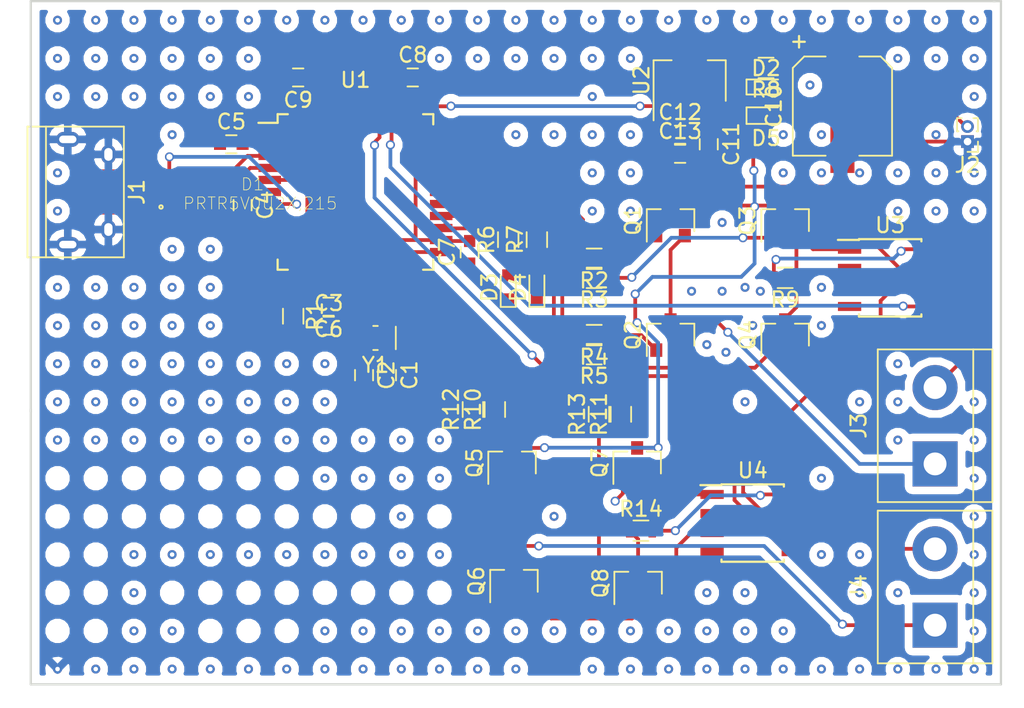
<source format=kicad_pcb>
(kicad_pcb (version 4) (host pcbnew 4.0.6)
  (layers (0 F.Cu signal) (31 B.Cu signal) (34 B.Paste user) (35 F.Paste user) (36 B.SilkS user) (37 F.SilkS user) (38 B.Mask user) (39 F.Mask user) (44 Edge.Cuts user))
  (net 0 "")
  (net 1 GND)
  (net 2 "Net-(D1-Pad2)")
  (net 3 "Net-(D1-Pad3)")
  (net 4 "Net-(D1-Pad4)")
  (net 5 "Net-(Q1-Pad1)")
  (net 6 "Net-(J3-Pad1)")
  (net 7 +12V)
  (net 8 "Net-(Q2-Pad1)")
  (net 9 "Net-(Q3-Pad1)")
  (net 10 "Net-(Q3-Pad2)")
  (net 11 "Net-(Q4-Pad1)")
  (net 12 "Net-(C1-Pad1)")
  (net 13 "Net-(C2-Pad1)")
  (net 14 "Net-(C3-Pad1)")
  (net 15 "Net-(C4-Pad1)")
  (net 16 +5V)
  (net 17 "Net-(D2-Pad2)")
  (net 18 "Net-(D2-Pad1)")
  (net 19 "Net-(D3-Pad2)")
  (net 20 "Net-(D4-Pad2)")
  (net 21 "Net-(J3-Pad2)")
  (net 22 "Net-(R2-Pad2)")
  (net 23 "Net-(R3-Pad2)")
  (net 24 "Net-(R4-Pad2)")
  (net 25 "Net-(R5-Pad2)")
  (net 26 "Net-(R6-Pad2)")
  (net 27 "Net-(R7-Pad2)")
  (net 28 "Net-(U1-Pad1)")
  (net 29 "Net-(U1-Pad12)")
  (net 30 "Net-(U1-Pad22)")
  (net 31 "Net-(U1-Pad27)")
  (net 32 "Net-(U1-Pad32)")
  (net 33 "Net-(U1-Pad33)")
  (net 34 "Net-(U1-Pad36)")
  (net 35 "Net-(U1-Pad37)")
  (net 36 "Net-(U1-Pad38)")
  (net 37 "Net-(U1-Pad39)")
  (net 38 "Net-(U1-Pad40)")
  (net 39 "Net-(U1-Pad41)")
  (net 40 "Net-(U1-Pad42)")
  (net 41 "Net-(U3-Pad4)")
  (net 42 "Net-(U1-Pad8)")
  (net 43 "Net-(U1-Pad9)")
  (net 44 "Net-(U1-Pad10)")
  (net 45 "Net-(U1-Pad11)")
  (net 46 "Net-(R10-Pad2)")
  (net 47 "Net-(R11-Pad2)")
  (net 48 "Net-(R12-Pad2)")
  (net 49 "Net-(R13-Pad2)")
  (net 50 "Net-(J4-Pad1)")
  (net 51 "Net-(J4-Pad2)")
  (net 52 "Net-(Q5-Pad1)")
  (net 53 "Net-(Q6-Pad1)")
  (net 54 "Net-(Q7-Pad1)")
  (net 55 "Net-(Q7-Pad2)")
  (net 56 "Net-(Q8-Pad1)")
  (net 57 "Net-(U4-Pad4)")
  (module divers:via_6-3 (layer F.Cu) (at 114.3 116.84)
    (fp_text reference REF** hide)
    (fp_text value via_6-3 hide)
    (pad 1 thru_hole circle (at 0 0) (size 0.6 0.6) (drill 0.3) (layers *.Cu))
  )
  (module divers:via_6-3 (layer F.Cu) (at 114.3 91.44)
    (fp_text reference REF** hide)
    (fp_text value via_6-3 hide)
    (pad 1 thru_hole circle (at 0 0) (size 0.6 0.6) (drill 0.3) (layers *.Cu))
  )
  (module Housings_SOIC:SOIC-8_3.9x4.9mm_Pitch1.27mm (layer F.Cu) (at 169.672 106.045)
    (fp_text reference U3 (at 0 -3.5) (layer F.SilkS))
    (fp_text value AD8216)
    (pad 1 smd rect (at -2.7 -1.905) (size 1.55 0.6) (layers F.Cu F.Paste F.Mask) (net 10 "Net-(Q3-Pad2)"))
    (pad 2 smd rect (at -2.7 -0.635) (size 1.55 0.6) (layers F.Cu F.Paste F.Mask) (net 1 GND))
    (pad 3 smd rect (at -2.7 0.635) (size 1.55 0.6) (layers F.Cu F.Paste F.Mask) (net 1 GND))
    (pad 4 smd rect (at -2.7 1.905) (size 1.55 0.6) (layers F.Cu F.Paste F.Mask) (net 41 "Net-(U3-Pad4)"))
    (pad 5 smd rect (at 2.7 1.905) (size 1.55 0.6) (layers F.Cu F.Paste F.Mask) (net 34 "Net-(U1-Pad36)"))
    (pad 6 smd rect (at 2.7 0.635) (size 1.55 0.6) (layers F.Cu F.Paste F.Mask) (net 16 +5V))
    (pad 7 smd rect (at 2.7 -0.635) (size 1.55 0.6) (layers F.Cu F.Paste F.Mask) (net 16 +5V))
    (pad 8 smd rect (at 2.7 -1.905) (size 1.55 0.6) (layers F.Cu F.Paste F.Mask) (net 21 "Net-(J3-Pad2)"))
  )
  (module SOT143B (layer F.Cu) (at 122.682 100.33)
    (fp_text reference D1 (at 4.59132 -0.510147) (layer F.SilkS) (effects (font (size 0.803382 0.803382) (thickness 0.05))))
    (fp_text value PRTR5V0U2X,215 (at 5.09431 0.764143) (layer F.SilkS) (effects (font (size 0.802256 0.802256) (thickness 0.05))))
    (pad 1 smd rect (at -0.75 1) (size 1 0.7) (layers F.Cu F.Paste F.Mask) (net 1 GND))
    (pad 2 smd rect (at 0.95 1) (size 0.6 0.7) (layers F.Cu F.Paste F.Mask) (net 2 "Net-(D1-Pad2)"))
    (pad 3 smd rect (at 0.95 -1) (size 0.6 0.7) (layers F.Cu F.Paste F.Mask) (net 3 "Net-(D1-Pad3)"))
    (pad 4 smd rect (at -0.95 -1) (size 0.6 0.7) (layers F.Cu F.Paste F.Mask) (net 4 "Net-(D1-Pad4)"))
  )
  (module TO_SOT_Packages_SMD:SOT-23 (layer F.Cu) (at 155.067 102.235 90)
    (fp_text reference Q1 (at 0 -2.5 90) (layer F.SilkS))
    (fp_text value 2N7002)
    (pad 1 smd rect (at -1 -0.95 90) (size 0.9 0.8) (layers F.Cu F.Paste F.Mask) (net 5 "Net-(Q1-Pad1)"))
    (pad 2 smd rect (at -1 0.95 90) (size 0.9 0.8) (layers F.Cu F.Paste F.Mask) (net 6 "Net-(J3-Pad1)"))
    (pad 3 smd rect (at 1 0 90) (size 0.9 0.8) (layers F.Cu F.Paste F.Mask) (net 7 +12V))
  )
  (module TO_SOT_Packages_SMD:SOT-23 (layer F.Cu) (at 155.067 109.855 90)
    (fp_text reference Q2 (at 0 -2.5 90) (layer F.SilkS))
    (fp_text value 2N7002)
    (pad 1 smd rect (at -1 -0.95 90) (size 0.9 0.8) (layers F.Cu F.Paste F.Mask) (net 8 "Net-(Q2-Pad1)"))
    (pad 2 smd rect (at -1 0.95 90) (size 0.9 0.8) (layers F.Cu F.Paste F.Mask) (net 1 GND))
    (pad 3 smd rect (at 1 0 90) (size 0.9 0.8) (layers F.Cu F.Paste F.Mask) (net 6 "Net-(J3-Pad1)"))
  )
  (module TO_SOT_Packages_SMD:SOT-23 (layer F.Cu) (at 162.687 102.235 90)
    (fp_text reference Q3 (at 0 -2.5 90) (layer F.SilkS))
    (fp_text value 2N7002)
    (pad 1 smd rect (at -1 -0.95 90) (size 0.9 0.8) (layers F.Cu F.Paste F.Mask) (net 9 "Net-(Q3-Pad1)"))
    (pad 2 smd rect (at -1 0.95 90) (size 0.9 0.8) (layers F.Cu F.Paste F.Mask) (net 10 "Net-(Q3-Pad2)"))
    (pad 3 smd rect (at 1 0 90) (size 0.9 0.8) (layers F.Cu F.Paste F.Mask) (net 7 +12V))
  )
  (module TO_SOT_Packages_SMD:SOT-23 (layer F.Cu) (at 162.687 109.855 90)
    (fp_text reference Q4 (at 0 -2.5 90) (layer F.SilkS))
    (fp_text value 2N7002)
    (pad 1 smd rect (at -1 -0.95 90) (size 0.9 0.8) (layers F.Cu F.Paste F.Mask) (net 11 "Net-(Q4-Pad1)"))
    (pad 2 smd rect (at -1 0.95 90) (size 0.9 0.8) (layers F.Cu F.Paste F.Mask) (net 1 GND))
    (pad 3 smd rect (at 1 0 90) (size 0.9 0.8) (layers F.Cu F.Paste F.Mask) (net 10 "Net-(Q3-Pad2)"))
  )
  (module Capacitors_SMD:C_0603 (layer F.Cu) (at 136.2075 112.522 270)
    (fp_text reference C1 (at 0 -1.5 270) (layer F.SilkS))
    (fp_text value 15p)
    (pad 1 smd rect (at -0.75 0 270) (size 0.8 0.75) (layers F.Cu F.Paste F.Mask) (net 12 "Net-(C1-Pad1)"))
    (pad 2 smd rect (at 0.75 0 270) (size 0.8 0.75) (layers F.Cu F.Paste F.Mask) (net 1 GND))
  )
  (module Capacitors_SMD:C_0603 (layer F.Cu) (at 134.6835 112.522 270)
    (fp_text reference C2 (at 0 -1.5 270) (layer F.SilkS))
    (fp_text value 15p)
    (pad 1 smd rect (at -0.75 0 270) (size 0.8 0.75) (layers F.Cu F.Paste F.Mask) (net 13 "Net-(C2-Pad1)"))
    (pad 2 smd rect (at 0.75 0 270) (size 0.8 0.75) (layers F.Cu F.Paste F.Mask) (net 1 GND))
  )
  (module Capacitors_SMD:C_0603 (layer F.Cu) (at 132.334 109.2327)
    (fp_text reference C3 (at 0 -1.5) (layer F.SilkS))
    (fp_text value 100n)
    (pad 1 smd rect (at -0.75 0) (size 0.8 0.75) (layers F.Cu F.Paste F.Mask) (net 14 "Net-(C3-Pad1)"))
    (pad 2 smd rect (at 0.75 0) (size 0.8 0.75) (layers F.Cu F.Paste F.Mask) (net 1 GND))
  )
  (module Capacitors_SMD:C_0603 (layer F.Cu) (at 126.6063 101.2063 270)
    (fp_text reference C4 (at 0 -1.5 270) (layer F.SilkS))
    (fp_text value 1u)
    (pad 1 smd rect (at -0.75 0 270) (size 0.8 0.75) (layers F.Cu F.Paste F.Mask) (net 15 "Net-(C4-Pad1)"))
    (pad 2 smd rect (at 0.75 0 270) (size 0.8 0.75) (layers F.Cu F.Paste F.Mask) (net 1 GND))
  )
  (module Capacitors_SMD:C_0603 (layer F.Cu) (at 125.857 97.155)
    (fp_text reference C5 (at 0 -1.5) (layer F.SilkS))
    (fp_text value 100n)
    (pad 1 smd rect (at -0.75 0) (size 0.8 0.75) (layers F.Cu F.Paste F.Mask) (net 1 GND))
    (pad 2 smd rect (at 0.75 0) (size 0.8 0.75) (layers F.Cu F.Paste F.Mask) (net 16 +5V))
  )
  (module Capacitors_SMD:C_0603 (layer F.Cu) (at 132.3213 107.9627 180)
    (fp_text reference C6 (at 0 -1.5 180) (layer F.SilkS))
    (fp_text value 100n)
    (pad 1 smd rect (at -0.75 0 180) (size 0.8 0.75) (layers F.Cu F.Paste F.Mask) (net 1 GND))
    (pad 2 smd rect (at 0.75 0 180) (size 0.8 0.75) (layers F.Cu F.Paste F.Mask) (net 16 +5V))
  )
  (module Capacitors_SMD:C_0603 (layer F.Cu) (at 141.7066 104.3432 90)
    (fp_text reference C7 (at 0 -1.5 90) (layer F.SilkS))
    (fp_text value 100n)
    (pad 1 smd rect (at -0.75 0 90) (size 0.8 0.75) (layers F.Cu F.Paste F.Mask) (net 1 GND))
    (pad 2 smd rect (at 0.75 0 90) (size 0.8 0.75) (layers F.Cu F.Paste F.Mask) (net 16 +5V))
  )
  (module Capacitors_SMD:C_0603 (layer F.Cu) (at 137.922 92.71)
    (fp_text reference C8 (at 0 -1.5) (layer F.SilkS))
    (fp_text value 100n)
    (pad 1 smd rect (at -0.75 0) (size 0.8 0.75) (layers F.Cu F.Paste F.Mask) (net 1 GND))
    (pad 2 smd rect (at 0.75 0) (size 0.8 0.75) (layers F.Cu F.Paste F.Mask) (net 16 +5V))
  )
  (module Capacitors_SMD:C_0603 (layer F.Cu) (at 130.302 92.71 180)
    (fp_text reference C9 (at 0 -1.5 180) (layer F.SilkS))
    (fp_text value 100n)
    (pad 1 smd rect (at -0.75 0 180) (size 0.8 0.75) (layers F.Cu F.Paste F.Mask) (net 1 GND))
    (pad 2 smd rect (at 0.75 0 180) (size 0.8 0.75) (layers F.Cu F.Paste F.Mask) (net 16 +5V))
  )
  (module Capacitors_SMD:CP_Elec_6.3x4.5 (layer F.Cu) (at 166.497 94.615 270)
    (fp_text reference C10 (at 0 4.56 270) (layer F.SilkS))
    (fp_text value 10u)
    (fp_text user + (at -4.28 2.96 270) (layer F.SilkS))
    (pad 1 smd rect (at -2.7 0 90) (size 3.5 1.6) (layers F.Cu F.Paste F.Mask) (net 7 +12V))
    (pad 2 smd rect (at 2.7 0 90) (size 3.5 1.6) (layers F.Cu F.Paste F.Mask) (net 1 GND))
  )
  (module Capacitors_SMD:C_0603 (layer F.Cu) (at 157.607 97.155 270)
    (fp_text reference C11 (at 0 -1.5 270) (layer F.SilkS))
    (fp_text value 100n)
    (pad 1 smd rect (at -0.75 0 270) (size 0.8 0.75) (layers F.Cu F.Paste F.Mask) (net 7 +12V))
    (pad 2 smd rect (at 0.75 0 270) (size 0.8 0.75) (layers F.Cu F.Paste F.Mask) (net 1 GND))
  )
  (module Capacitors_SMD:C_0603 (layer F.Cu) (at 155.702 96.52)
    (fp_text reference C12 (at 0 -1.5) (layer F.SilkS))
    (fp_text value 100n)
    (pad 1 smd rect (at -0.75 0) (size 0.8 0.75) (layers F.Cu F.Paste F.Mask) (net 16 +5V))
    (pad 2 smd rect (at 0.75 0) (size 0.8 0.75) (layers F.Cu F.Paste F.Mask) (net 1 GND))
  )
  (module Capacitors_SMD:C_0603 (layer F.Cu) (at 155.702 97.79)
    (fp_text reference C13 (at 0 -1.5) (layer F.SilkS))
    (fp_text value 1u)
    (pad 1 smd rect (at -0.75 0) (size 0.8 0.75) (layers F.Cu F.Paste F.Mask) (net 16 +5V))
    (pad 2 smd rect (at 0.75 0) (size 0.8 0.75) (layers F.Cu F.Paste F.Mask) (net 1 GND))
  )
  (module LEDs:LED_0603 (layer F.Cu) (at 161.417 93.345)
    (fp_text reference D2 (at 0 -1.25) (layer F.SilkS))
    (fp_text value LED_Small)
    (pad 2 smd rect (at 0.8 0 180) (size 0.8 0.8) (layers F.Cu F.Paste F.Mask) (net 17 "Net-(D2-Pad2)"))
    (pad 1 smd rect (at -0.8 0 180) (size 0.8 0.8) (layers F.Cu F.Paste F.Mask) (net 18 "Net-(D2-Pad1)"))
  )
  (module LEDs:LED_0603 (layer F.Cu) (at 144.272 106.68 90)
    (fp_text reference D3 (at 0 -1.25 90) (layer F.SilkS))
    (fp_text value LED_Small)
    (pad 2 smd rect (at 0.8 0 270) (size 0.8 0.8) (layers F.Cu F.Paste F.Mask) (net 19 "Net-(D3-Pad2)"))
    (pad 1 smd rect (at -0.8 0 270) (size 0.8 0.8) (layers F.Cu F.Paste F.Mask) (net 1 GND))
  )
  (module LEDs:LED_0603 (layer F.Cu) (at 146.177 106.68 90)
    (fp_text reference D4 (at 0 -1.25 90) (layer F.SilkS))
    (fp_text value LED_Small)
    (pad 2 smd rect (at 0.8 0 270) (size 0.8 0.8) (layers F.Cu F.Paste F.Mask) (net 20 "Net-(D4-Pad2)"))
    (pad 1 smd rect (at -0.8 0 270) (size 0.8 0.8) (layers F.Cu F.Paste F.Mask) (net 1 GND))
  )
  (module Diodes_SMD:D_0603 (layer F.Cu) (at 161.417 95.25)
    (fp_text reference D5 (at 0 1.5) (layer F.SilkS))
    (fp_text value D)
    (pad 1 smd rect (at -0.85 0) (size 0.6 0.8) (layers F.Cu F.Paste F.Mask) (net 7 +12V))
    (pad 2 smd rect (at 0.85 0) (size 0.6 0.8) (layers F.Cu F.Paste F.Mask) (net 17 "Net-(D2-Pad2)"))
  )
  (module Connectors:USB_Micro-B (layer F.Cu) (at 116.332 100.33 270)
    (fp_text reference J1 (at 0 -3.24 270) (layer F.SilkS))
    (fp_text value USB_OTG)
    (pad 1 smd rect (at -1.3 -1.35) (size 1.35 0.4) (layers F.Cu F.Paste F.Mask) (net 4 "Net-(D1-Pad4)"))
    (pad 2 smd rect (at -0.65 -1.35) (size 1.35 0.4) (layers F.Cu F.Paste F.Mask) (net 3 "Net-(D1-Pad3)"))
    (pad 3 smd rect (at 0 -1.35) (size 1.35 0.4) (layers F.Cu F.Paste F.Mask) (net 2 "Net-(D1-Pad2)"))
    (pad 4 smd rect (at 0.65 -1.35) (size 1.35 0.4) (layers F.Cu F.Paste F.Mask) (net 1 GND))
    (pad 5 smd rect (at 1.3 -1.35) (size 1.35 0.4) (layers F.Cu F.Paste F.Mask) (net 1 GND))
    (pad 6 thru_hole oval (at -2.5 -1.35) (size 0.95 1.25) (drill oval 0.55 0.85) (layers *.Cu *.Mask) (net 1 GND))
    (pad 6 thru_hole oval (at 2.5 -1.35) (size 0.95 1.25) (drill oval 0.55 0.85) (layers *.Cu *.Mask) (net 1 GND))
    (pad 6 thru_hole oval (at -3.5 1.35) (size 1.55 1) (drill oval 1.15 0.5) (layers *.Cu *.Mask) (net 1 GND))
    (pad 6 thru_hole oval (at 3.5 1.35) (size 1.55 1) (drill oval 1.15 0.5) (layers *.Cu *.Mask) (net 1 GND))
  )
  (module Pin_Headers:Pin_Header_Straight_1x02_Pitch1.00mm (layer F.Cu) (at 174.8155 96.9772 180)
    (fp_text reference J2 (at 0 -1.56 180) (layer F.SilkS))
    (fp_text value BATT)
    (pad 1 thru_hole rect (at 0 0 180) (size 0.85 0.85) (drill 0.5) (layers *.Cu *.Mask) (net 1 GND))
    (pad 2 thru_hole oval (at 0 1 180) (size 0.85 0.85) (drill 0.5) (layers *.Cu *.Mask) (net 17 "Net-(D2-Pad2)"))
  )
  (module Resistors_SMD:R_0603 (layer F.Cu) (at 129.9718 108.5977 270)
    (fp_text reference R1 (at 0 -1.45 270) (layer F.SilkS))
    (fp_text value 10K)
    (pad 1 smd rect (at -0.75 0 270) (size 0.5 0.9) (layers F.Cu F.Paste F.Mask) (net 16 +5V))
    (pad 2 smd rect (at 0.75 0 270) (size 0.5 0.9) (layers F.Cu F.Paste F.Mask) (net 14 "Net-(C3-Pad1)"))
  )
  (module Resistors_SMD:R_0603 (layer F.Cu) (at 149.987 104.775 180)
    (fp_text reference R2 (at 0 -1.45 180) (layer F.SilkS))
    (fp_text value 220R)
    (pad 1 smd rect (at -0.75 0 180) (size 0.5 0.9) (layers F.Cu F.Paste F.Mask) (net 5 "Net-(Q1-Pad1)"))
    (pad 2 smd rect (at 0.75 0 180) (size 0.5 0.9) (layers F.Cu F.Paste F.Mask) (net 22 "Net-(R2-Pad2)"))
  )
  (module Resistors_SMD:R_0603 (layer F.Cu) (at 149.987 106.045 180)
    (fp_text reference R3 (at 0 -1.45 180) (layer F.SilkS))
    (fp_text value 220R)
    (pad 1 smd rect (at -0.75 0 180) (size 0.5 0.9) (layers F.Cu F.Paste F.Mask) (net 9 "Net-(Q3-Pad1)"))
    (pad 2 smd rect (at 0.75 0 180) (size 0.5 0.9) (layers F.Cu F.Paste F.Mask) (net 23 "Net-(R3-Pad2)"))
  )
  (module Resistors_SMD:R_0603 (layer F.Cu) (at 149.987 109.855 180)
    (fp_text reference R4 (at 0 -1.45 180) (layer F.SilkS))
    (fp_text value 220R)
    (pad 1 smd rect (at -0.75 0 180) (size 0.5 0.9) (layers F.Cu F.Paste F.Mask) (net 8 "Net-(Q2-Pad1)"))
    (pad 2 smd rect (at 0.75 0 180) (size 0.5 0.9) (layers F.Cu F.Paste F.Mask) (net 24 "Net-(R4-Pad2)"))
  )
  (module Resistors_SMD:R_0603 (layer F.Cu) (at 149.987 111.125 180)
    (fp_text reference R5 (at 0 -1.45 180) (layer F.SilkS))
    (fp_text value 220R)
    (pad 1 smd rect (at -0.75 0 180) (size 0.5 0.9) (layers F.Cu F.Paste F.Mask) (net 11 "Net-(Q4-Pad1)"))
    (pad 2 smd rect (at 0.75 0 180) (size 0.5 0.9) (layers F.Cu F.Paste F.Mask) (net 25 "Net-(R5-Pad2)"))
  )
  (module Resistors_SMD:R_0603 (layer F.Cu) (at 144.272 103.505 90)
    (fp_text reference R6 (at 0 -1.45 90) (layer F.SilkS))
    (fp_text value 220R)
    (pad 1 smd rect (at -0.75 0 90) (size 0.5 0.9) (layers F.Cu F.Paste F.Mask) (net 19 "Net-(D3-Pad2)"))
    (pad 2 smd rect (at 0.75 0 90) (size 0.5 0.9) (layers F.Cu F.Paste F.Mask) (net 26 "Net-(R6-Pad2)"))
  )
  (module Resistors_SMD:R_0603 (layer F.Cu) (at 146.177 103.505 90)
    (fp_text reference R7 (at 0 -1.45 90) (layer F.SilkS))
    (fp_text value 220R)
    (pad 1 smd rect (at -0.75 0 90) (size 0.5 0.9) (layers F.Cu F.Paste F.Mask) (net 20 "Net-(D4-Pad2)"))
    (pad 2 smd rect (at 0.75 0 90) (size 0.5 0.9) (layers F.Cu F.Paste F.Mask) (net 27 "Net-(R7-Pad2)"))
  )
  (module Resistors_SMD:R_0603 (layer F.Cu) (at 161.417 92.075 180)
    (fp_text reference R8 (at 0 -1.45 180) (layer F.SilkS))
    (fp_text value 560)
    (pad 1 smd rect (at -0.75 0 180) (size 0.5 0.9) (layers F.Cu F.Paste F.Mask) (net 1 GND))
    (pad 2 smd rect (at 0.75 0 180) (size 0.5 0.9) (layers F.Cu F.Paste F.Mask) (net 18 "Net-(D2-Pad1)"))
  )
  (module Resistors_SMD:R_0603 (layer F.Cu) (at 162.687 106.045 180)
    (fp_text reference R9 (at 0 -1.45 180) (layer F.SilkS))
    (fp_text value 0.1R)
    (pad 1 smd rect (at -0.75 0 180) (size 0.5 0.9) (layers F.Cu F.Paste F.Mask) (net 10 "Net-(Q3-Pad2)"))
    (pad 2 smd rect (at 0.75 0 180) (size 0.5 0.9) (layers F.Cu F.Paste F.Mask) (net 21 "Net-(J3-Pad2)"))
  )
  (module Housings_QFP:TQFP-44_10x10mm_Pitch0.8mm (layer F.Cu) (at 134.112 100.33)
    (fp_text reference U1 (at 0 -7.45) (layer F.SilkS))
    (fp_text value ATMEGA32U4-AU)
    (pad 1 smd rect (at -5.7 -4) (size 1.5 0.55) (layers F.Cu F.Paste F.Mask) (net 28 "Net-(U1-Pad1)"))
    (pad 2 smd rect (at -5.7 -3.2) (size 1.5 0.55) (layers F.Cu F.Paste F.Mask) (net 16 +5V))
    (pad 3 smd rect (at -5.7 -2.4) (size 1.5 0.55) (layers F.Cu F.Paste F.Mask) (net 3 "Net-(D1-Pad3)"))
    (pad 4 smd rect (at -5.7 -1.6) (size 1.5 0.55) (layers F.Cu F.Paste F.Mask) (net 2 "Net-(D1-Pad2)"))
    (pad 5 smd rect (at -5.7 -0.8) (size 1.5 0.55) (layers F.Cu F.Paste F.Mask) (net 1 GND))
    (pad 6 smd rect (at -5.7 0) (size 1.5 0.55) (layers F.Cu F.Paste F.Mask) (net 15 "Net-(C4-Pad1)"))
    (pad 7 smd rect (at -5.7 0.8) (size 1.5 0.55) (layers F.Cu F.Paste F.Mask) (net 4 "Net-(D1-Pad4)"))
    (pad 8 smd rect (at -5.7 1.6) (size 1.5 0.55) (layers F.Cu F.Paste F.Mask) (net 42 "Net-(U1-Pad8)"))
    (pad 9 smd rect (at -5.7 2.4) (size 1.5 0.55) (layers F.Cu F.Paste F.Mask) (net 43 "Net-(U1-Pad9)"))
    (pad 10 smd rect (at -5.7 3.2) (size 1.5 0.55) (layers F.Cu F.Paste F.Mask) (net 44 "Net-(U1-Pad10)"))
    (pad 11 smd rect (at -5.7 4) (size 1.5 0.55) (layers F.Cu F.Paste F.Mask) (net 45 "Net-(U1-Pad11)"))
    (pad 12 smd rect (at -4 5.7 90) (size 1.5 0.55) (layers F.Cu F.Paste F.Mask) (net 29 "Net-(U1-Pad12)"))
    (pad 13 smd rect (at -3.2 5.7 90) (size 1.5 0.55) (layers F.Cu F.Paste F.Mask) (net 14 "Net-(C3-Pad1)"))
    (pad 14 smd rect (at -2.4 5.7 90) (size 1.5 0.55) (layers F.Cu F.Paste F.Mask) (net 16 +5V))
    (pad 15 smd rect (at -1.6 5.7 90) (size 1.5 0.55) (layers F.Cu F.Paste F.Mask) (net 1 GND))
    (pad 16 smd rect (at -0.8 5.7 90) (size 1.5 0.55) (layers F.Cu F.Paste F.Mask) (net 13 "Net-(C2-Pad1)"))
    (pad 17 smd rect (at 0 5.7 90) (size 1.5 0.55) (layers F.Cu F.Paste F.Mask) (net 12 "Net-(C1-Pad1)"))
    (pad 18 smd rect (at 0.8 5.7 90) (size 1.5 0.55) (layers F.Cu F.Paste F.Mask) (net 48 "Net-(R12-Pad2)"))
    (pad 19 smd rect (at 1.6 5.7 90) (size 1.5 0.55) (layers F.Cu F.Paste F.Mask) (net 46 "Net-(R10-Pad2)"))
    (pad 20 smd rect (at 2.4 5.7 90) (size 1.5 0.55) (layers F.Cu F.Paste F.Mask) (net 49 "Net-(R13-Pad2)"))
    (pad 21 smd rect (at 3.2 5.7 90) (size 1.5 0.55) (layers F.Cu F.Paste F.Mask) (net 47 "Net-(R11-Pad2)"))
    (pad 22 smd rect (at 4 5.7 90) (size 1.5 0.55) (layers F.Cu F.Paste F.Mask) (net 30 "Net-(U1-Pad22)"))
    (pad 23 smd rect (at 5.7 4) (size 1.5 0.55) (layers F.Cu F.Paste F.Mask) (net 1 GND))
    (pad 24 smd rect (at 5.7 3.2) (size 1.5 0.55) (layers F.Cu F.Paste F.Mask) (net 16 +5V))
    (pad 25 smd rect (at 5.7 2.4) (size 1.5 0.55) (layers F.Cu F.Paste F.Mask) (net 26 "Net-(R6-Pad2)"))
    (pad 26 smd rect (at 5.7 1.6) (size 1.5 0.55) (layers F.Cu F.Paste F.Mask) (net 27 "Net-(R7-Pad2)"))
    (pad 27 smd rect (at 5.7 0.8) (size 1.5 0.55) (layers F.Cu F.Paste F.Mask) (net 31 "Net-(U1-Pad27)"))
    (pad 28 smd rect (at 5.7 0) (size 1.5 0.55) (layers F.Cu F.Paste F.Mask) (net 25 "Net-(R5-Pad2)"))
    (pad 29 smd rect (at 5.7 -0.8) (size 1.5 0.55) (layers F.Cu F.Paste F.Mask) (net 24 "Net-(R4-Pad2)"))
    (pad 30 smd rect (at 5.7 -1.6) (size 1.5 0.55) (layers F.Cu F.Paste F.Mask) (net 23 "Net-(R3-Pad2)"))
    (pad 31 smd rect (at 5.7 -2.4) (size 1.5 0.55) (layers F.Cu F.Paste F.Mask) (net 22 "Net-(R2-Pad2)"))
    (pad 32 smd rect (at 5.7 -3.2) (size 1.5 0.55) (layers F.Cu F.Paste F.Mask) (net 32 "Net-(U1-Pad32)"))
    (pad 33 smd rect (at 5.7 -4) (size 1.5 0.55) (layers F.Cu F.Paste F.Mask) (net 33 "Net-(U1-Pad33)"))
    (pad 34 smd rect (at 4 -5.7 90) (size 1.5 0.55) (layers F.Cu F.Paste F.Mask) (net 16 +5V))
    (pad 35 smd rect (at 3.2 -5.7 90) (size 1.5 0.55) (layers F.Cu F.Paste F.Mask) (net 1 GND))
    (pad 36 smd rect (at 2.4 -5.7 90) (size 1.5 0.55) (layers F.Cu F.Paste F.Mask) (net 34 "Net-(U1-Pad36)"))
    (pad 37 smd rect (at 1.6 -5.7 90) (size 1.5 0.55) (layers F.Cu F.Paste F.Mask) (net 35 "Net-(U1-Pad37)"))
    (pad 38 smd rect (at 0.8 -5.7 90) (size 1.5 0.55) (layers F.Cu F.Paste F.Mask) (net 36 "Net-(U1-Pad38)"))
    (pad 39 smd rect (at 0 -5.7 90) (size 1.5 0.55) (layers F.Cu F.Paste F.Mask) (net 37 "Net-(U1-Pad39)"))
    (pad 40 smd rect (at -0.8 -5.7 90) (size 1.5 0.55) (layers F.Cu F.Paste F.Mask) (net 38 "Net-(U1-Pad40)"))
    (pad 41 smd rect (at -1.6 -5.7 90) (size 1.5 0.55) (layers F.Cu F.Paste F.Mask) (net 39 "Net-(U1-Pad41)"))
    (pad 42 smd rect (at -2.4 -5.7 90) (size 1.5 0.55) (layers F.Cu F.Paste F.Mask) (net 40 "Net-(U1-Pad42)"))
    (pad 43 smd rect (at -3.2 -5.7 90) (size 1.5 0.55) (layers F.Cu F.Paste F.Mask) (net 1 GND))
    (pad 44 smd rect (at -4 -5.7 90) (size 1.5 0.55) (layers F.Cu F.Paste F.Mask) (net 16 +5V))
  )
  (module TO_SOT_Packages_SMD:SOT89-3_Housing (layer F.Cu) (at 156.337 93.345 90)
    (fp_text reference U2 (at 0.45 -3.2 90) (layer F.SilkS))
    (fp_text value MC78L05ACH)
    (pad 1 smd rect (at -1.48 -1.5) (size 1 1.5) (layers F.Cu F.Paste F.Mask) (net 16 +5V))
    (pad 2 smd rect (at -1.48 0) (size 1 1.5) (layers F.Cu F.Paste F.Mask) (net 1 GND))
    (pad 3 smd rect (at -1.48 1.5) (size 1 1.5) (layers F.Cu F.Paste F.Mask) (net 7 +12V))
    (pad 2 smd rect (at 1.48 0) (size 2 3) (layers F.Cu F.Paste F.Mask) (net 1 GND))
    (pad 2 smd trapezoid (at -0.37 0 180) (size 1.5 0.75) (rect_delta 0 0.5) (layers F.Cu F.Paste F.Mask) (net 1 GND))
  )
  (module TO_SOT_Packages_SMD:SOT-23 (layer F.Cu) (at 144.526 118.364 90)
    (fp_text reference Q5 (at 0 -2.5 90) (layer F.SilkS))
    (fp_text value 2N7002)
    (pad 1 smd rect (at -1 -0.95 90) (size 0.9 0.8) (layers F.Cu F.Paste F.Mask) (net 52 "Net-(Q5-Pad1)"))
    (pad 2 smd rect (at -1 0.95 90) (size 0.9 0.8) (layers F.Cu F.Paste F.Mask) (net 50 "Net-(J4-Pad1)"))
    (pad 3 smd rect (at 1 0 90) (size 0.9 0.8) (layers F.Cu F.Paste F.Mask) (net 7 +12V))
  )
  (module TO_SOT_Packages_SMD:SOT-23 (layer F.Cu) (at 144.653 126.238 90)
    (fp_text reference Q6 (at 0 -2.5 90) (layer F.SilkS))
    (fp_text value 2N7002)
    (pad 1 smd rect (at -1 -0.95 90) (size 0.9 0.8) (layers F.Cu F.Paste F.Mask) (net 53 "Net-(Q6-Pad1)"))
    (pad 2 smd rect (at -1 0.95 90) (size 0.9 0.8) (layers F.Cu F.Paste F.Mask) (net 1 GND))
    (pad 3 smd rect (at 1 0 90) (size 0.9 0.8) (layers F.Cu F.Paste F.Mask) (net 50 "Net-(J4-Pad1)"))
  )
  (module TO_SOT_Packages_SMD:SOT-23 (layer F.Cu) (at 152.8445 118.364 90)
    (fp_text reference Q7 (at 0 -2.5 90) (layer F.SilkS))
    (fp_text value 2N7002)
    (pad 1 smd rect (at -1 -0.95 90) (size 0.9 0.8) (layers F.Cu F.Paste F.Mask) (net 54 "Net-(Q7-Pad1)"))
    (pad 2 smd rect (at -1 0.95 90) (size 0.9 0.8) (layers F.Cu F.Paste F.Mask) (net 55 "Net-(Q7-Pad2)"))
    (pad 3 smd rect (at 1 0 90) (size 0.9 0.8) (layers F.Cu F.Paste F.Mask) (net 7 +12V))
  )
  (module TO_SOT_Packages_SMD:SOT-23 (layer F.Cu) (at 152.908 126.365 90)
    (fp_text reference Q8 (at 0 -2.5 90) (layer F.SilkS))
    (fp_text value 2N7002)
    (pad 1 smd rect (at -1 -0.95 90) (size 0.9 0.8) (layers F.Cu F.Paste F.Mask) (net 56 "Net-(Q8-Pad1)"))
    (pad 2 smd rect (at -1 0.95 90) (size 0.9 0.8) (layers F.Cu F.Paste F.Mask) (net 1 GND))
    (pad 3 smd rect (at 1 0 90) (size 0.9 0.8) (layers F.Cu F.Paste F.Mask) (net 55 "Net-(Q7-Pad2)"))
  )
  (module Resistors_SMD:R_0603 (layer F.Cu) (at 143.383 114.808 90)
    (fp_text reference R10 (at 0 -1.45 90) (layer F.SilkS))
    (fp_text value 220R)
    (pad 1 smd rect (at -0.75 0 90) (size 0.5 0.9) (layers F.Cu F.Paste F.Mask) (net 52 "Net-(Q5-Pad1)"))
    (pad 2 smd rect (at 0.75 0 90) (size 0.5 0.9) (layers F.Cu F.Paste F.Mask) (net 46 "Net-(R10-Pad2)"))
  )
  (module Resistors_SMD:R_0603 (layer F.Cu) (at 151.765 115.1255 90)
    (fp_text reference R11 (at 0 -1.45 90) (layer F.SilkS))
    (fp_text value 220R)
    (pad 1 smd rect (at -0.75 0 90) (size 0.5 0.9) (layers F.Cu F.Paste F.Mask) (net 54 "Net-(Q7-Pad1)"))
    (pad 2 smd rect (at 0.75 0 90) (size 0.5 0.9) (layers F.Cu F.Paste F.Mask) (net 47 "Net-(R11-Pad2)"))
  )
  (module Resistors_SMD:R_0603 (layer F.Cu) (at 141.9225 114.808 90)
    (fp_text reference R12 (at 0 -1.45 90) (layer F.SilkS))
    (fp_text value 220R)
    (pad 1 smd rect (at -0.75 0 90) (size 0.5 0.9) (layers F.Cu F.Paste F.Mask) (net 53 "Net-(Q6-Pad1)"))
    (pad 2 smd rect (at 0.75 0 90) (size 0.5 0.9) (layers F.Cu F.Paste F.Mask) (net 48 "Net-(R12-Pad2)"))
  )
  (module Resistors_SMD:R_0603 (layer F.Cu) (at 150.3045 115.1255 90)
    (fp_text reference R13 (at 0 -1.45 90) (layer F.SilkS))
    (fp_text value 220R)
    (pad 1 smd rect (at -0.75 0 90) (size 0.5 0.9) (layers F.Cu F.Paste F.Mask) (net 56 "Net-(Q8-Pad1)"))
    (pad 2 smd rect (at 0.75 0 90) (size 0.5 0.9) (layers F.Cu F.Paste F.Mask) (net 49 "Net-(R13-Pad2)"))
  )
  (module Resistors_SMD:R_0603 (layer F.Cu) (at 153.0985 122.8725)
    (fp_text reference R14 (at 0 -1.45) (layer F.SilkS))
    (fp_text value 0.1R)
    (pad 1 smd rect (at -0.75 0) (size 0.5 0.9) (layers F.Cu F.Paste F.Mask) (net 55 "Net-(Q7-Pad2)"))
    (pad 2 smd rect (at 0.75 0) (size 0.5 0.9) (layers F.Cu F.Paste F.Mask) (net 51 "Net-(J4-Pad2)"))
  )
  (module Housings_SOIC:SOIC-8_3.9x4.9mm_Pitch1.27mm (layer F.Cu) (at 160.528 122.3645)
    (fp_text reference U4 (at 0 -3.5) (layer F.SilkS))
    (fp_text value AD8216)
    (pad 1 smd rect (at -2.7 -1.905) (size 1.55 0.6) (layers F.Cu F.Paste F.Mask) (net 55 "Net-(Q7-Pad2)"))
    (pad 2 smd rect (at -2.7 -0.635) (size 1.55 0.6) (layers F.Cu F.Paste F.Mask) (net 1 GND))
    (pad 3 smd rect (at -2.7 0.635) (size 1.55 0.6) (layers F.Cu F.Paste F.Mask) (net 1 GND))
    (pad 4 smd rect (at -2.7 1.905) (size 1.55 0.6) (layers F.Cu F.Paste F.Mask) (net 57 "Net-(U4-Pad4)"))
    (pad 5 smd rect (at 2.7 1.905) (size 1.55 0.6) (layers F.Cu F.Paste F.Mask) (net 35 "Net-(U1-Pad37)"))
    (pad 6 smd rect (at 2.7 0.635) (size 1.55 0.6) (layers F.Cu F.Paste F.Mask) (net 16 +5V))
    (pad 7 smd rect (at 2.7 -0.635) (size 1.55 0.6) (layers F.Cu F.Paste F.Mask) (net 16 +5V))
    (pad 8 smd rect (at 2.7 -1.905) (size 1.55 0.6) (layers F.Cu F.Paste F.Mask) (net 51 "Net-(J4-Pad2)"))
  )
  (module Crystals:Crystal_SMD_MicroCrystal_CC8V-T1A-2pin_2.0x1.2mm (layer F.Cu) (at 135.4455 110.0455 180)
    (fp_text reference Y1 (at 0 -1.8 180) (layer F.SilkS))
    (fp_text value Crystal)
    (pad 1 smd rect (at -0.75 0 180) (size 0.8 1.5) (layers F.Cu F.Mask) (net 12 "Net-(C1-Pad1)"))
    (pad 2 smd rect (at 0.75 0 180) (size 0.8 1.5) (layers F.Cu F.Mask) (net 13 "Net-(C2-Pad1)"))
  )
  (module Connectors:bornier2 (layer F.Cu) (at 172.6565 118.4275 90)
    (fp_text reference J3 (at 2.54 -5.08 90) (layer F.SilkS))
    (fp_text value Screw_Terminal_1x02)
    (pad 1 thru_hole rect (at 0 0 90) (size 3 3) (drill 1.52) (layers *.Cu *.Mask) (net 6 "Net-(J3-Pad1)"))
    (pad 2 thru_hole circle (at 5.08 0 90) (size 3 3) (drill 1.52) (layers *.Cu *.Mask) (net 21 "Net-(J3-Pad2)"))
  )
  (module Connectors:bornier2 (layer F.Cu) (at 172.6565 129.159 90)
    (fp_text reference J4 (at 2.54 -5.08 90) (layer F.SilkS))
    (fp_text value Screw_Terminal_1x02)
    (pad 1 thru_hole rect (at 0 0 90) (size 3 3) (drill 1.52) (layers *.Cu *.Mask) (net 50 "Net-(J4-Pad1)"))
    (pad 2 thru_hole circle (at 5.08 0 90) (size 3 3) (drill 1.52) (layers *.Cu *.Mask) (net 51 "Net-(J4-Pad2)"))
  )
  (module divers:via_6-3 (layer F.Cu) (at 114.3 88.9)
    (fp_text reference REF** hide)
    (fp_text value via_6-3 hide)
    (pad 1 thru_hole circle (at 0 0) (size 0.6 0.6) (drill 0.3) (layers *.Cu))
  )
  (module divers:via_6-3 (layer F.Cu) (at 116.84 88.9)
    (fp_text reference REF** hide)
    (fp_text value via_6-3 hide)
    (pad 1 thru_hole circle (at 0 0) (size 0.6 0.6) (drill 0.3) (layers *.Cu))
  )
  (module divers:via_6-3 (layer F.Cu) (at 116.84 91.44)
    (fp_text reference REF** hide)
    (fp_text value via_6-3 hide)
    (pad 1 thru_hole circle (at 0 0) (size 0.6 0.6) (drill 0.3) (layers *.Cu))
  )
  (module divers:via_6-3 (layer F.Cu) (at 119.38 88.9)
    (fp_text reference REF** hide)
    (fp_text value via_6-3 hide)
    (pad 1 thru_hole circle (at 0 0) (size 0.6 0.6) (drill 0.3) (layers *.Cu))
  )
  (module divers:via_6-3 (layer F.Cu) (at 119.38 91.44)
    (fp_text reference REF** hide)
    (fp_text value via_6-3 hide)
    (pad 1 thru_hole circle (at 0 0) (size 0.6 0.6) (drill 0.3) (layers *.Cu))
  )
  (module divers:via_6-3 (layer F.Cu) (at 121.92 88.9)
    (fp_text reference REF** hide)
    (fp_text value via_6-3 hide)
    (pad 1 thru_hole circle (at 0 0) (size 0.6 0.6) (drill 0.3) (layers *.Cu))
  )
  (module divers:via_6-3 (layer F.Cu) (at 121.92 91.44)
    (fp_text reference REF** hide)
    (fp_text value via_6-3 hide)
    (pad 1 thru_hole circle (at 0 0) (size 0.6 0.6) (drill 0.3) (layers *.Cu))
  )
  (module divers:via_6-3 (layer F.Cu) (at 124.46 91.44)
    (fp_text reference REF** hide)
    (fp_text value via_6-3 hide)
    (pad 1 thru_hole circle (at 0 0) (size 0.6 0.6) (drill 0.3) (layers *.Cu))
  )
  (module divers:via_6-3 (layer F.Cu) (at 124.46 88.9)
    (fp_text reference REF** hide)
    (fp_text value via_6-3 hide)
    (pad 1 thru_hole circle (at 0 0) (size 0.6 0.6) (drill 0.3) (layers *.Cu))
  )
  (module divers:via_6-3 (layer F.Cu) (at 127 88.9)
    (fp_text reference REF** hide)
    (fp_text value via_6-3 hide)
    (pad 1 thru_hole circle (at 0 0) (size 0.6 0.6) (drill 0.3) (layers *.Cu))
  )
  (module divers:via_6-3 (layer F.Cu) (at 127 91.44)
    (fp_text reference REF** hide)
    (fp_text value via_6-3 hide)
    (pad 1 thru_hole circle (at 0 0) (size 0.6 0.6) (drill 0.3) (layers *.Cu))
  )
  (module divers:via_6-3 (layer F.Cu) (at 124.46 93.98)
    (fp_text reference REF** hide)
    (fp_text value via_6-3 hide)
    (pad 1 thru_hole circle (at 0 0) (size 0.6 0.6) (drill 0.3) (layers *.Cu))
  )
  (module divers:via_6-3 (layer F.Cu) (at 121.92 93.98)
    (fp_text reference REF** hide)
    (fp_text value via_6-3 hide)
    (pad 1 thru_hole circle (at 0 0) (size 0.6 0.6) (drill 0.3) (layers *.Cu))
  )
  (module divers:via_6-3 (layer F.Cu) (at 119.38 93.98)
    (fp_text reference REF** hide)
    (fp_text value via_6-3 hide)
    (pad 1 thru_hole circle (at 0 0) (size 0.6 0.6) (drill 0.3) (layers *.Cu))
  )
  (module divers:via_6-3 (layer F.Cu) (at 116.84 93.98)
    (fp_text reference REF** hide)
    (fp_text value via_6-3 hide)
    (pad 1 thru_hole circle (at 0 0) (size 0.6 0.6) (drill 0.3) (layers *.Cu))
  )
  (module divers:via_6-3 (layer F.Cu) (at 114.3 93.98)
    (fp_text reference REF** hide)
    (fp_text value via_6-3 hide)
    (pad 1 thru_hole circle (at 0 0) (size 0.6 0.6) (drill 0.3) (layers *.Cu))
  )
  (module divers:via_6-3 (layer F.Cu) (at 114.3 101.6)
    (fp_text reference REF** hide)
    (fp_text value via_6-3 hide)
    (pad 1 thru_hole circle (at 0 0) (size 0.6 0.6) (drill 0.3) (layers *.Cu))
  )
  (module divers:via_6-3 (layer F.Cu) (at 114.3 99.06)
    (fp_text reference REF** hide)
    (fp_text value via_6-3 hide)
    (pad 1 thru_hole circle (at 0 0) (size 0.6 0.6) (drill 0.3) (layers *.Cu))
  )
  (module divers:via_6-3 (layer F.Cu) (at 121.92 96.52)
    (fp_text reference REF** hide)
    (fp_text value via_6-3 hide)
    (pad 1 thru_hole circle (at 0 0) (size 0.6 0.6) (drill 0.3) (layers *.Cu))
  )
  (module divers:via_6-3 (layer F.Cu) (at 121.92 104.14)
    (fp_text reference REF** hide)
    (fp_text value via_6-3 hide)
    (pad 1 thru_hole circle (at 0 0) (size 0.6 0.6) (drill 0.3) (layers *.Cu))
  )
  (module divers:via_6-3 (layer F.Cu) (at 124.46 104.14)
    (fp_text reference REF** hide)
    (fp_text value via_6-3 hide)
    (pad 1 thru_hole circle (at 0 0) (size 0.6 0.6) (drill 0.3) (layers *.Cu))
  )
  (module divers:via_6-3 (layer F.Cu) (at 124.46 106.68)
    (fp_text reference REF** hide)
    (fp_text value via_6-3 hide)
    (pad 1 thru_hole circle (at 0 0) (size 0.6 0.6) (drill 0.3) (layers *.Cu))
  )
  (module divers:via_6-3 (layer F.Cu) (at 124.46 109.22)
    (fp_text reference REF** hide)
    (fp_text value via_6-3 hide)
    (pad 1 thru_hole circle (at 0 0) (size 0.6 0.6) (drill 0.3) (layers *.Cu))
  )
  (module divers:via_6-3 (layer F.Cu) (at 124.46 111.76)
    (fp_text reference REF** hide)
    (fp_text value via_6-3 hide)
    (pad 1 thru_hole circle (at 0 0) (size 0.6 0.6) (drill 0.3) (layers *.Cu))
  )
  (module divers:via_6-3 (layer F.Cu) (at 124.46 114.3)
    (fp_text reference REF** hide)
    (fp_text value via_6-3 hide)
    (pad 1 thru_hole circle (at 0 0) (size 0.6 0.6) (drill 0.3) (layers *.Cu))
  )
  (module divers:via_6-3 (layer F.Cu) (at 124.46 116.84)
    (fp_text reference REF** hide)
    (fp_text value via_6-3 hide)
    (pad 1 thru_hole circle (at 0 0) (size 0.6 0.6) (drill 0.3) (layers *.Cu))
  )
  (module divers:via_6-3 (layer F.Cu) (at 124.46 124.46)
    (fp_text reference REF** hide)
    (fp_text value via_6-3 hide)
    (pad 1 thru_hole circle (at 0 0) (size 0.6 0.6) (drill 0.3) (layers *.Cu))
  )
  (module divers:via_6-3 (layer F.Cu) (at 124.46 132.08)
    (fp_text reference REF** hide)
    (fp_text value via_6-3 hide)
    (pad 1 thru_hole circle (at 0 0) (size 0.6 0.6) (drill 0.3) (layers *.Cu))
  )
  (module divers:via_6-3 (layer F.Cu) (at 121.92 132.08)
    (fp_text reference REF** hide)
    (fp_text value via_6-3 hide)
    (pad 1 thru_hole circle (at 0 0) (size 0.6 0.6) (drill 0.3) (layers *.Cu))
  )
  (module divers:via_6-3 (layer F.Cu) (at 119.38 132.08)
    (fp_text reference REF** hide)
    (fp_text value via_6-3 hide)
    (pad 1 thru_hole circle (at 0 0) (size 0.6 0.6) (drill 0.3) (layers *.Cu))
  )
  (module divers:via_6-3 (layer F.Cu) (at 116.84 132.08)
    (fp_text reference REF** hide)
    (fp_text value via_6-3 hide)
    (pad 1 thru_hole circle (at 0 0) (size 0.6 0.6) (drill 0.3) (layers *.Cu) (net 1 GND))
  )
  (module divers:via_6-3 (layer F.Cu) (at 114.3 132.08)
    (fp_text reference REF** hide)
    (fp_text value via_6-3 hide)
    (pad 1 thru_hole circle (at 0 0) (size 0.6 0.6) (drill 0.3) (layers *.Cu) (net 1 GND))
  )
  (module divers:via_6-3 (layer F.Cu) (at 119.38 129.54)
    (fp_text reference REF** hide)
    (fp_text value via_6-3 hide)
    (pad 1 thru_hole circle (at 0 0) (size 0.6 0.6) (drill 0.3) (layers *.Cu))
  )
  (module divers:via_6-3 (layer F.Cu) (at 121.92 129.54)
    (fp_text reference REF** hide)
    (fp_text value via_6-3 hide)
    (pad 1 thru_hole circle (at 0 0) (size 0.6 0.6) (drill 0.3) (layers *.Cu))
  )
  (module divers:via_6-3 (layer F.Cu) (at 121.92 124.46)
    (fp_text reference REF** hide)
    (fp_text value via_6-3 hide)
    (pad 1 thru_hole circle (at 0 0) (size 0.6 0.6) (drill 0.3) (layers *.Cu))
  )
  (module divers:via_6-3 (layer F.Cu) (at 121.92 116.84)
    (fp_text reference REF** hide)
    (fp_text value via_6-3 hide)
    (pad 1 thru_hole circle (at 0 0) (size 0.6 0.6) (drill 0.3) (layers *.Cu))
  )
  (module divers:via_6-3 (layer F.Cu) (at 121.92 114.3)
    (fp_text reference REF** hide)
    (fp_text value via_6-3 hide)
    (pad 1 thru_hole circle (at 0 0) (size 0.6 0.6) (drill 0.3) (layers *.Cu))
  )
  (module divers:via_6-3 (layer F.Cu) (at 121.92 111.76)
    (fp_text reference REF** hide)
    (fp_text value via_6-3 hide)
    (pad 1 thru_hole circle (at 0 0) (size 0.6 0.6) (drill 0.3) (layers *.Cu))
  )
  (module divers:via_6-3 (layer F.Cu) (at 121.92 109.22)
    (fp_text reference REF** hide)
    (fp_text value via_6-3 hide)
    (pad 1 thru_hole circle (at 0 0) (size 0.6 0.6) (drill 0.3) (layers *.Cu))
  )
  (module divers:via_6-3 (layer F.Cu) (at 121.92 106.68)
    (fp_text reference REF** hide)
    (fp_text value via_6-3 hide)
    (pad 1 thru_hole circle (at 0 0) (size 0.6 0.6) (drill 0.3) (layers *.Cu))
  )
  (module divers:via_6-3 (layer F.Cu) (at 119.38 106.68)
    (fp_text reference REF** hide)
    (fp_text value via_6-3 hide)
    (pad 1 thru_hole circle (at 0 0) (size 0.6 0.6) (drill 0.3) (layers *.Cu))
  )
  (module divers:via_6-3 (layer F.Cu) (at 119.38 106.68)
    (fp_text reference REF** hide)
    (fp_text value via_6-3 hide)
    (pad 1 thru_hole circle (at 0 0) (size 0.6 0.6) (drill 0.3) (layers *.Cu))
  )
  (module divers:via_6-3 (layer F.Cu) (at 114.3 106.68)
    (fp_text reference REF** hide)
    (fp_text value via_6-3 hide)
    (pad 1 thru_hole circle (at 0 0) (size 0.6 0.6) (drill 0.3) (layers *.Cu))
  )
  (module divers:via_6-3 (layer F.Cu) (at 116.84 106.68)
    (fp_text reference REF** hide)
    (fp_text value via_6-3 hide)
    (pad 1 thru_hole circle (at 0 0) (size 0.6 0.6) (drill 0.3) (layers *.Cu))
  )
  (module divers:via_6-3 (layer F.Cu) (at 119.38 109.22)
    (fp_text reference REF** hide)
    (fp_text value via_6-3 hide)
    (pad 1 thru_hole circle (at 0 0) (size 0.6 0.6) (drill 0.3) (layers *.Cu))
  )
  (module divers:via_6-3 (layer F.Cu) (at 116.84 109.22)
    (fp_text reference REF** hide)
    (fp_text value via_6-3 hide)
    (pad 1 thru_hole circle (at 0 0) (size 0.6 0.6) (drill 0.3) (layers *.Cu))
  )
  (module divers:via_6-3 (layer F.Cu) (at 114.3 109.22)
    (fp_text reference REF** hide)
    (fp_text value via_6-3 hide)
    (pad 1 thru_hole circle (at 0 0) (size 0.6 0.6) (drill 0.3) (layers *.Cu))
  )
  (module divers:via_6-3 (layer F.Cu) (at 114.3 111.76)
    (fp_text reference REF** hide)
    (fp_text value via_6-3 hide)
    (pad 1 thru_hole circle (at 0 0) (size 0.6 0.6) (drill 0.3) (layers *.Cu))
  )
  (module divers:via_6-3 (layer F.Cu) (at 116.84 111.76)
    (fp_text reference REF** hide)
    (fp_text value via_6-3 hide)
    (pad 1 thru_hole circle (at 0 0) (size 0.6 0.6) (drill 0.3) (layers *.Cu))
  )
  (module divers:via_6-3 (layer F.Cu) (at 121.92 111.76)
    (fp_text reference REF** hide)
    (fp_text value via_6-3 hide)
    (pad 1 thru_hole circle (at 0 0) (size 0.6 0.6) (drill 0.3) (layers *.Cu))
  )
  (module divers:via_6-3 (layer F.Cu) (at 119.38 114.3)
    (fp_text reference REF** hide)
    (fp_text value via_6-3 hide)
    (pad 1 thru_hole circle (at 0 0) (size 0.6 0.6) (drill 0.3) (layers *.Cu))
  )
  (module divers:via_6-3 (layer F.Cu) (at 119.38 111.76)
    (fp_text reference REF** hide)
    (fp_text value via_6-3 hide)
    (pad 1 thru_hole circle (at 0 0) (size 0.6 0.6) (drill 0.3) (layers *.Cu))
  )
  (module divers:via_6-3 (layer F.Cu) (at 116.84 114.3)
    (fp_text reference REF** hide)
    (fp_text value via_6-3 hide)
    (pad 1 thru_hole circle (at 0 0) (size 0.6 0.6) (drill 0.3) (layers *.Cu))
  )
  (module divers:via_6-3 (layer F.Cu) (at 114.3 114.3)
    (fp_text reference REF** hide)
    (fp_text value via_6-3 hide)
    (pad 1 thru_hole circle (at 0 0) (size 0.6 0.6) (drill 0.3) (layers *.Cu))
  )
  (module divers:via_6-3 (layer F.Cu) (at 114.3 116.84)
    (fp_text reference REF** hide)
    (fp_text value via_6-3 hide)
    (pad 1 thru_hole circle (at 0 0) (size 0.6 0.6) (drill 0.3) (layers *.Cu))
  )
  (module divers:via_6-3 (layer F.Cu) (at 116.84 116.84)
    (fp_text reference REF** hide)
    (fp_text value via_6-3 hide)
    (pad 1 thru_hole circle (at 0 0) (size 0.6 0.6) (drill 0.3) (layers *.Cu))
  )
  (module divers:via_6-3 (layer F.Cu) (at 119.38 116.84)
    (fp_text reference REF** hide)
    (fp_text value via_6-3 hide)
    (pad 1 thru_hole circle (at 0 0) (size 0.6 0.6) (drill 0.3) (layers *.Cu))
  )
  (module divers:via_6-3 (layer F.Cu) (at 119.38 124.46)
    (fp_text reference REF** hide)
    (fp_text value via_6-3 hide)
    (pad 1 thru_hole circle (at 0 0) (size 0.6 0.6) (drill 0.3) (layers *.Cu))
  )
  (module divers:via_6-3 (layer F.Cu) (at 119.38 127)
    (fp_text reference REF** hide)
    (fp_text value via_6-3 hide)
    (pad 1 thru_hole circle (at 0 0) (size 0.6 0.6) (drill 0.3) (layers *.Cu))
  )
  (module divers:via_6-3 (layer F.Cu) (at 129.54 111.76)
    (fp_text reference REF** hide)
    (fp_text value via_6-3 hide)
    (pad 1 thru_hole circle (at 0 0) (size 0.6 0.6) (drill 0.3) (layers *.Cu))
  )
  (module divers:via_6-3 (layer F.Cu) (at 127 111.76)
    (fp_text reference REF** hide)
    (fp_text value via_6-3 hide)
    (pad 1 thru_hole circle (at 0 0) (size 0.6 0.6) (drill 0.3) (layers *.Cu))
  )
  (module divers:via_6-3 (layer F.Cu) (at 127 114.3)
    (fp_text reference REF** hide)
    (fp_text value via_6-3 hide)
    (pad 1 thru_hole circle (at 0 0) (size 0.6 0.6) (drill 0.3) (layers *.Cu))
  )
  (module divers:via_6-3 (layer F.Cu) (at 129.54 114.3)
    (fp_text reference REF** hide)
    (fp_text value via_6-3 hide)
    (pad 1 thru_hole circle (at 0 0) (size 0.6 0.6) (drill 0.3) (layers *.Cu))
  )
  (module divers:via_6-3 (layer F.Cu) (at 129.54 116.84)
    (fp_text reference REF** hide)
    (fp_text value via_6-3 hide)
    (pad 1 thru_hole circle (at 0 0) (size 0.6 0.6) (drill 0.3) (layers *.Cu))
  )
  (module divers:via_6-3 (layer F.Cu) (at 127 116.84)
    (fp_text reference REF** hide)
    (fp_text value via_6-3 hide)
    (pad 1 thru_hole circle (at 0 0) (size 0.6 0.6) (drill 0.3) (layers *.Cu))
  )
  (module divers:via_6-3 (layer F.Cu) (at 127 124.46)
    (fp_text reference REF** hide)
    (fp_text value via_6-3 hide)
    (pad 1 thru_hole circle (at 0 0) (size 0.6 0.6) (drill 0.3) (layers *.Cu))
  )
  (module divers:via_6-3 (layer F.Cu) (at 127 132.08)
    (fp_text reference REF** hide)
    (fp_text value via_6-3 hide)
    (pad 1 thru_hole circle (at 0 0) (size 0.6 0.6) (drill 0.3) (layers *.Cu))
  )
  (module divers:via_6-3 (layer F.Cu) (at 129.54 132.08)
    (fp_text reference REF** hide)
    (fp_text value via_6-3 hide)
    (pad 1 thru_hole circle (at 0 0) (size 0.6 0.6) (drill 0.3) (layers *.Cu))
  )
  (module divers:via_6-3 (layer F.Cu) (at 129.54 124.46)
    (fp_text reference REF** hide)
    (fp_text value via_6-3 hide)
    (pad 1 thru_hole circle (at 0 0) (size 0.6 0.6) (drill 0.3) (layers *.Cu))
  )
  (module divers:via_6-3 (layer F.Cu) (at 132.08 111.76)
    (fp_text reference REF** hide)
    (fp_text value via_6-3 hide)
    (pad 1 thru_hole circle (at 0 0) (size 0.6 0.6) (drill 0.3) (layers *.Cu))
  )
  (module divers:via_6-3 (layer F.Cu) (at 132.08 114.3)
    (fp_text reference REF** hide)
    (fp_text value via_6-3 hide)
    (pad 1 thru_hole circle (at 0 0) (size 0.6 0.6) (drill 0.3) (layers *.Cu))
  )
  (module divers:via_6-3 (layer F.Cu) (at 132.08 116.84)
    (fp_text reference REF** hide)
    (fp_text value via_6-3 hide)
    (pad 1 thru_hole circle (at 0 0) (size 0.6 0.6) (drill 0.3) (layers *.Cu))
  )
  (module divers:via_6-3 (layer F.Cu) (at 132.08 119.38)
    (fp_text reference REF** hide)
    (fp_text value via_6-3 hide)
    (pad 1 thru_hole circle (at 0 0) (size 0.6 0.6) (drill 0.3) (layers *.Cu))
  )
  (module divers:via_6-3 (layer F.Cu) (at 132.08 124.46)
    (fp_text reference REF** hide)
    (fp_text value via_6-3 hide)
    (pad 1 thru_hole circle (at 0 0) (size 0.6 0.6) (drill 0.3) (layers *.Cu))
  )
  (module divers:via_6-3 (layer F.Cu) (at 132.08 129.54)
    (fp_text reference REF** hide)
    (fp_text value via_6-3 hide)
    (pad 1 thru_hole circle (at 0 0) (size 0.6 0.6) (drill 0.3) (layers *.Cu))
  )
  (module divers:via_6-3 (layer F.Cu) (at 132.08 132.08)
    (fp_text reference REF** hide)
    (fp_text value via_6-3 hide)
    (pad 1 thru_hole circle (at 0 0) (size 0.6 0.6) (drill 0.3) (layers *.Cu))
  )
  (module divers:via_6-3 (layer F.Cu) (at 134.62 132.08)
    (fp_text reference REF** hide)
    (fp_text value via_6-3 hide)
    (pad 1 thru_hole circle (at 0 0) (size 0.6 0.6) (drill 0.3) (layers *.Cu))
  )
  (module divers:via_6-3 (layer F.Cu) (at 134.62 129.54)
    (fp_text reference REF** hide)
    (fp_text value via_6-3 hide)
    (pad 1 thru_hole circle (at 0 0) (size 0.6 0.6) (drill 0.3) (layers *.Cu))
  )
  (module divers:via_6-3 (layer F.Cu) (at 134.62 124.46)
    (fp_text reference REF** hide)
    (fp_text value via_6-3 hide)
    (pad 1 thru_hole circle (at 0 0) (size 0.6 0.6) (drill 0.3) (layers *.Cu))
  )
  (module divers:via_6-3 (layer F.Cu) (at 134.62 119.38)
    (fp_text reference REF** hide)
    (fp_text value via_6-3 hide)
    (pad 1 thru_hole circle (at 0 0) (size 0.6 0.6) (drill 0.3) (layers *.Cu))
  )
  (module divers:via_6-3 (layer F.Cu) (at 134.62 116.84)
    (fp_text reference REF** hide)
    (fp_text value via_6-3 hide)
    (pad 1 thru_hole circle (at 0 0) (size 0.6 0.6) (drill 0.3) (layers *.Cu))
  )
  (module divers:via_6-3 (layer F.Cu) (at 137.16 116.84)
    (fp_text reference REF** hide)
    (fp_text value via_6-3 hide)
    (pad 1 thru_hole circle (at 0 0) (size 0.6 0.6) (drill 0.3) (layers *.Cu))
  )
  (module divers:via_6-3 (layer F.Cu) (at 139.7 116.84)
    (fp_text reference REF** hide)
    (fp_text value via_6-3 hide)
    (pad 1 thru_hole circle (at 0 0) (size 0.6 0.6) (drill 0.3) (layers *.Cu))
  )
  (module divers:via_6-3 (layer F.Cu) (at 139.7 119.38)
    (fp_text reference REF** hide)
    (fp_text value via_6-3 hide)
    (pad 1 thru_hole circle (at 0 0) (size 0.6 0.6) (drill 0.3) (layers *.Cu))
  )
  (module divers:via_6-3 (layer F.Cu) (at 137.16 119.38)
    (fp_text reference REF** hide)
    (fp_text value via_6-3 hide)
    (pad 1 thru_hole circle (at 0 0) (size 0.6 0.6) (drill 0.3) (layers *.Cu))
  )
  (module divers:via_6-3 (layer F.Cu) (at 137.16 121.92)
    (fp_text reference REF** hide)
    (fp_text value via_6-3 hide)
    (pad 1 thru_hole circle (at 0 0) (size 0.6 0.6) (drill 0.3) (layers *.Cu))
  )
  (module divers:via_6-3 (layer F.Cu) (at 139.7 124.46)
    (fp_text reference REF** hide)
    (fp_text value via_6-3 hide)
    (pad 1 thru_hole circle (at 0 0) (size 0.6 0.6) (drill 0.3) (layers *.Cu))
  )
  (module divers:via_6-3 (layer F.Cu) (at 137.16 124.46)
    (fp_text reference REF** hide)
    (fp_text value via_6-3 hide)
    (pad 1 thru_hole circle (at 0 0) (size 0.6 0.6) (drill 0.3) (layers *.Cu))
  )
  (module divers:via_6-3 (layer F.Cu) (at 139.7 129.54)
    (fp_text reference REF** hide)
    (fp_text value via_6-3 hide)
    (pad 1 thru_hole circle (at 0 0) (size 0.6 0.6) (drill 0.3) (layers *.Cu))
  )
  (module divers:via_6-3 (layer F.Cu) (at 137.16 129.54)
    (fp_text reference REF** hide)
    (fp_text value via_6-3 hide)
    (pad 1 thru_hole circle (at 0 0) (size 0.6 0.6) (drill 0.3) (layers *.Cu))
  )
  (module divers:via_6-3 (layer F.Cu) (at 137.16 132.08)
    (fp_text reference REF** hide)
    (fp_text value via_6-3 hide)
    (pad 1 thru_hole circle (at 0 0) (size 0.6 0.6) (drill 0.3) (layers *.Cu))
  )
  (module divers:via_6-3 (layer F.Cu) (at 139.7 132.08)
    (fp_text reference REF** hide)
    (fp_text value via_6-3 hide)
    (pad 1 thru_hole circle (at 0 0) (size 0.6 0.6) (drill 0.3) (layers *.Cu))
  )
  (module divers:via_6-3 (layer F.Cu) (at 142.24 132.08)
    (fp_text reference REF** hide)
    (fp_text value via_6-3 hide)
    (pad 1 thru_hole circle (at 0 0) (size 0.6 0.6) (drill 0.3) (layers *.Cu))
  )
  (module divers:via_6-3 (layer F.Cu) (at 142.24 129.54)
    (fp_text reference REF** hide)
    (fp_text value via_6-3 hide)
    (pad 1 thru_hole circle (at 0 0) (size 0.6 0.6) (drill 0.3) (layers *.Cu))
  )
  (module divers:via_6-3 (layer F.Cu) (at 144.78 129.54)
    (fp_text reference REF** hide)
    (fp_text value via_6-3 hide)
    (pad 1 thru_hole circle (at 0 0) (size 0.6 0.6) (drill 0.3) (layers *.Cu))
  )
  (module divers:via_6-3 (layer F.Cu) (at 147.32 129.54)
    (fp_text reference REF** hide)
    (fp_text value via_6-3 hide)
    (pad 1 thru_hole circle (at 0 0) (size 0.6 0.6) (drill 0.3) (layers *.Cu))
  )
  (module divers:via_6-3 (layer F.Cu) (at 149.86 129.54)
    (fp_text reference REF** hide)
    (fp_text value via_6-3 hide)
    (pad 1 thru_hole circle (at 0 0) (size 0.6 0.6) (drill 0.3) (layers *.Cu))
  )
  (module divers:via_6-3 (layer F.Cu) (at 152.4 129.54)
    (fp_text reference REF** hide)
    (fp_text value via_6-3 hide)
    (pad 1 thru_hole circle (at 0 0) (size 0.6 0.6) (drill 0.3) (layers *.Cu))
  )
  (module divers:via_6-3 (layer F.Cu) (at 154.94 129.54)
    (fp_text reference REF** hide)
    (fp_text value via_6-3 hide)
    (pad 1 thru_hole circle (at 0 0) (size 0.6 0.6) (drill 0.3) (layers *.Cu))
  )
  (module divers:via_6-3 (layer F.Cu) (at 157.48 129.54)
    (fp_text reference REF** hide)
    (fp_text value via_6-3 hide)
    (pad 1 thru_hole circle (at 0 0) (size 0.6 0.6) (drill 0.3) (layers *.Cu))
  )
  (module divers:via_6-3 (layer F.Cu) (at 157.48 127)
    (fp_text reference REF** hide)
    (fp_text value via_6-3 hide)
    (pad 1 thru_hole circle (at 0 0) (size 0.6 0.6) (drill 0.3) (layers *.Cu))
  )
  (module divers:via_6-3 (layer F.Cu) (at 160.02 127)
    (fp_text reference REF** hide)
    (fp_text value via_6-3 hide)
    (pad 1 thru_hole circle (at 0 0) (size 0.6 0.6) (drill 0.3) (layers *.Cu))
  )
  (module divers:via_6-3 (layer F.Cu) (at 160.02 129.54)
    (fp_text reference REF** hide)
    (fp_text value via_6-3 hide)
    (pad 1 thru_hole circle (at 0 0) (size 0.6 0.6) (drill 0.3) (layers *.Cu))
  )
  (module divers:via_6-3 (layer F.Cu) (at 162.56 129.54)
    (fp_text reference REF** hide)
    (fp_text value via_6-3 hide)
    (pad 1 thru_hole circle (at 0 0) (size 0.6 0.6) (drill 0.3) (layers *.Cu))
  )
  (module divers:via_6-3 (layer F.Cu) (at 165.1 132.08)
    (fp_text reference REF** hide)
    (fp_text value via_6-3 hide)
    (pad 1 thru_hole circle (at 0 0) (size 0.6 0.6) (drill 0.3) (layers *.Cu))
  )
  (module divers:via_6-3 (layer F.Cu) (at 162.56 132.08)
    (fp_text reference REF** hide)
    (fp_text value via_6-3 hide)
    (pad 1 thru_hole circle (at 0 0) (size 0.6 0.6) (drill 0.3) (layers *.Cu))
  )
  (module divers:via_6-3 (layer F.Cu) (at 160.02 132.08)
    (fp_text reference REF** hide)
    (fp_text value via_6-3 hide)
    (pad 1 thru_hole circle (at 0 0) (size 0.6 0.6) (drill 0.3) (layers *.Cu))
  )
  (module divers:via_6-3 (layer F.Cu) (at 157.48 132.08)
    (fp_text reference REF** hide)
    (fp_text value via_6-3 hide)
    (pad 1 thru_hole circle (at 0 0) (size 0.6 0.6) (drill 0.3) (layers *.Cu))
  )
  (module divers:via_6-3 (layer F.Cu) (at 154.94 132.08)
    (fp_text reference REF** hide)
    (fp_text value via_6-3 hide)
    (pad 1 thru_hole circle (at 0 0) (size 0.6 0.6) (drill 0.3) (layers *.Cu))
  )
  (module divers:via_6-3 (layer F.Cu) (at 152.4 132.08)
    (fp_text reference REF** hide)
    (fp_text value via_6-3 hide)
    (pad 1 thru_hole circle (at 0 0) (size 0.6 0.6) (drill 0.3) (layers *.Cu))
  )
  (module divers:via_6-3 (layer F.Cu) (at 149.86 132.08)
    (fp_text reference REF** hide)
    (fp_text value via_6-3 hide)
    (pad 1 thru_hole circle (at 0 0) (size 0.6 0.6) (drill 0.3) (layers *.Cu))
  )
  (module divers:via_6-3 (layer F.Cu) (at 149.86 132.08)
    (fp_text reference REF** hide)
    (fp_text value via_6-3 hide)
    (pad 1 thru_hole circle (at 0 0) (size 0.6 0.6) (drill 0.3) (layers *.Cu))
  )
  (module divers:via_6-3 (layer F.Cu) (at 142.24 132.08)
    (fp_text reference REF** hide)
    (fp_text value via_6-3 hide)
    (pad 1 thru_hole circle (at 0 0) (size 0.6 0.6) (drill 0.3) (layers *.Cu))
  )
  (module divers:via_6-3 (layer F.Cu) (at 144.78 132.08)
    (fp_text reference REF** hide)
    (fp_text value via_6-3 hide)
    (pad 1 thru_hole circle (at 0 0) (size 0.6 0.6) (drill 0.3) (layers *.Cu))
  )
  (module divers:via_6-3 (layer F.Cu) (at 167.64 132.08)
    (fp_text reference REF** hide)
    (fp_text value via_6-3 hide)
    (pad 1 thru_hole circle (at 0 0) (size 0.6 0.6) (drill 0.3) (layers *.Cu))
  )
  (module divers:via_6-3 (layer F.Cu) (at 167.64 127)
    (fp_text reference REF** hide)
    (fp_text value via_6-3 hide)
    (pad 1 thru_hole circle (at 0 0) (size 0.6 0.6) (drill 0.3) (layers *.Cu))
  )
  (module divers:via_6-3 (layer F.Cu) (at 167.64 124.46)
    (fp_text reference REF** hide)
    (fp_text value via_6-3 hide)
    (pad 1 thru_hole circle (at 0 0) (size 0.6 0.6) (drill 0.3) (layers *.Cu))
  )
  (module divers:via_6-3 (layer F.Cu) (at 167.64 114.3)
    (fp_text reference REF** hide)
    (fp_text value via_6-3 hide)
    (pad 1 thru_hole circle (at 0 0) (size 0.6 0.6) (drill 0.3) (layers *.Cu))
  )
  (module divers:via_6-3 (layer F.Cu) (at 170.18 114.3)
    (fp_text reference REF** hide)
    (fp_text value via_6-3 hide)
    (pad 1 thru_hole circle (at 0 0) (size 0.6 0.6) (drill 0.3) (layers *.Cu))
  )
  (module divers:via_6-3 (layer F.Cu) (at 170.18 127)
    (fp_text reference REF** hide)
    (fp_text value via_6-3 hide)
    (pad 1 thru_hole circle (at 0 0) (size 0.6 0.6) (drill 0.3) (layers *.Cu))
  )
  (module divers:via_6-3 (layer F.Cu) (at 170.18 111.76)
    (fp_text reference REF** hide)
    (fp_text value via_6-3 hide)
    (pad 1 thru_hole circle (at 0 0) (size 0.6 0.6) (drill 0.3) (layers *.Cu))
  )
  (module divers:via_6-3 (layer F.Cu) (at 147.32 121.92)
    (fp_text reference REF** hide)
    (fp_text value via_6-3 hide)
    (pad 1 thru_hole circle (at 0 0) (size 0.6 0.6) (drill 0.3) (layers *.Cu))
  )
  (module divers:via_6-3 (layer F.Cu) (at 165.1 119.38)
    (fp_text reference REF** hide)
    (fp_text value via_6-3 hide)
    (pad 1 thru_hole circle (at 0 0) (size 0.6 0.6) (drill 0.3) (layers *.Cu))
  )
  (module divers:via_6-3 (layer F.Cu) (at 175.26 116.84)
    (fp_text reference REF** hide)
    (fp_text value via_6-3 hide)
    (pad 1 thru_hole circle (at 0 0) (size 0.6 0.6) (drill 0.3) (layers *.Cu))
  )
  (module divers:via_6-3 (layer F.Cu) (at 175.26 119.38)
    (fp_text reference REF** hide)
    (fp_text value via_6-3 hide)
    (pad 1 thru_hole circle (at 0 0) (size 0.6 0.6) (drill 0.3) (layers *.Cu))
  )
  (module divers:via_6-3 (layer F.Cu) (at 175.26 121.92)
    (fp_text reference REF** hide)
    (fp_text value via_6-3 hide)
    (pad 1 thru_hole circle (at 0 0) (size 0.6 0.6) (drill 0.3) (layers *.Cu))
  )
  (module divers:via_6-3 (layer F.Cu) (at 175.26 124.46)
    (fp_text reference REF** hide)
    (fp_text value via_6-3 hide)
    (pad 1 thru_hole circle (at 0 0) (size 0.6 0.6) (drill 0.3) (layers *.Cu))
  )
  (module divers:via_6-3 (layer F.Cu) (at 175.26 127)
    (fp_text reference REF** hide)
    (fp_text value via_6-3 hide)
    (pad 1 thru_hole circle (at 0 0) (size 0.6 0.6) (drill 0.3) (layers *.Cu))
  )
  (module divers:via_6-3 (layer F.Cu) (at 175.26 129.54)
    (fp_text reference REF** hide)
    (fp_text value via_6-3 hide)
    (pad 1 thru_hole circle (at 0 0) (size 0.6 0.6) (drill 0.3) (layers *.Cu))
  )
  (module divers:via_6-3 (layer F.Cu) (at 175.26 132.08)
    (fp_text reference REF** hide)
    (fp_text value via_6-3 hide)
    (pad 1 thru_hole circle (at 0 0) (size 0.6 0.6) (drill 0.3) (layers *.Cu))
  )
  (module divers:via_6-3 (layer F.Cu) (at 172.72 132.08)
    (fp_text reference REF** hide)
    (fp_text value via_6-3 hide)
    (pad 1 thru_hole circle (at 0 0) (size 0.6 0.6) (drill 0.3) (layers *.Cu))
  )
  (module divers:via_6-3 (layer F.Cu) (at 170.18 132.08)
    (fp_text reference REF** hide)
    (fp_text value via_6-3 hide)
    (pad 1 thru_hole circle (at 0 0) (size 0.6 0.6) (drill 0.3) (layers *.Cu))
  )
  (module divers:via_6-3 (layer F.Cu) (at 175.26 114.3)
    (fp_text reference REF** hide)
    (fp_text value via_6-3 hide)
    (pad 1 thru_hole circle (at 0 0) (size 0.6 0.6) (drill 0.3) (layers *.Cu))
  )
  (module divers:via_6-3 (layer F.Cu) (at 170.18 116.84)
    (fp_text reference REF** hide)
    (fp_text value via_6-3 hide)
    (pad 1 thru_hole circle (at 0 0) (size 0.6 0.6) (drill 0.3) (layers *.Cu))
  )
  (module divers:via_6-3 (layer F.Cu) (at 165.1 124.46)
    (fp_text reference REF** hide)
    (fp_text value via_6-3 hide)
    (pad 1 thru_hole circle (at 0 0) (size 0.6 0.6) (drill 0.3) (layers *.Cu))
  )
  (module divers:via_6-3 (layer F.Cu) (at 160.02 114.3)
    (fp_text reference REF** hide)
    (fp_text value via_6-3 hide)
    (pad 1 thru_hole circle (at 0 0) (size 0.6 0.6) (drill 0.3) (layers *.Cu))
  )
  (module divers:via_6-3 (layer F.Cu) (at 165.1 109.22)
    (fp_text reference REF** hide)
    (fp_text value via_6-3 hide)
    (pad 1 thru_hole circle (at 0 0) (size 0.6 0.6) (drill 0.3) (layers *.Cu))
  )
  (module divers:via_6-3 (layer F.Cu) (at 165.1 106.68)
    (fp_text reference REF** hide)
    (fp_text value via_6-3 hide)
    (pad 1 thru_hole circle (at 0 0) (size 0.6 0.6) (drill 0.3) (layers *.Cu))
  )
  (module divers:via_6-3 (layer F.Cu) (at 172.72 101.6)
    (fp_text reference REF** hide)
    (fp_text value via_6-3 hide)
    (pad 1 thru_hole circle (at 0 0) (size 0.6 0.6) (drill 0.3) (layers *.Cu))
  )
  (module divers:via_6-3 (layer F.Cu) (at 175.26 101.6)
    (fp_text reference REF** hide)
    (fp_text value via_6-3 hide)
    (pad 1 thru_hole circle (at 0 0) (size 0.6 0.6) (drill 0.3) (layers *.Cu))
  )
  (module divers:via_6-3 (layer F.Cu) (at 170.18 101.6)
    (fp_text reference REF** hide)
    (fp_text value via_6-3 hide)
    (pad 1 thru_hole circle (at 0 0) (size 0.6 0.6) (drill 0.3) (layers *.Cu))
  )
  (module divers:via_6-3 (layer F.Cu) (at 170.18 99.06)
    (fp_text reference REF** hide)
    (fp_text value via_6-3 hide)
    (pad 1 thru_hole circle (at 0 0) (size 0.6 0.6) (drill 0.3) (layers *.Cu))
  )
  (module divers:via_6-3 (layer F.Cu) (at 172.72 99.06)
    (fp_text reference REF** hide)
    (fp_text value via_6-3 hide)
    (pad 1 thru_hole circle (at 0 0) (size 0.6 0.6) (drill 0.3) (layers *.Cu))
  )
  (module divers:via_6-3 (layer F.Cu) (at 175.26 99.06)
    (fp_text reference REF** hide)
    (fp_text value via_6-3 hide)
    (pad 1 thru_hole circle (at 0 0) (size 0.6 0.6) (drill 0.3) (layers *.Cu))
  )
  (module divers:via_6-3 (layer F.Cu) (at 172.72 96.52)
    (fp_text reference REF** hide)
    (fp_text value via_6-3 hide)
    (pad 1 thru_hole circle (at 0 0) (size 0.6 0.6) (drill 0.3) (layers *.Cu))
  )
  (module divers:via_6-3 (layer F.Cu) (at 175.26 93.98)
    (fp_text reference REF** hide)
    (fp_text value via_6-3 hide)
    (pad 1 thru_hole circle (at 0 0) (size 0.6 0.6) (drill 0.3) (layers *.Cu))
  )
  (module divers:via_6-3 (layer F.Cu) (at 165.1 96.52)
    (fp_text reference REF** hide)
    (fp_text value via_6-3 hide)
    (pad 1 thru_hole circle (at 0 0) (size 0.6 0.6) (drill 0.3) (layers *.Cu))
  )
  (module divers:via_6-3 (layer F.Cu) (at 162.56 96.52)
    (fp_text reference REF** hide)
    (fp_text value via_6-3 hide)
    (pad 1 thru_hole circle (at 0 0) (size 0.6 0.6) (drill 0.3) (layers *.Cu))
  )
  (module divers:via_6-3 (layer F.Cu) (at 162.56 99.06)
    (fp_text reference REF** hide)
    (fp_text value via_6-3 hide)
    (pad 1 thru_hole circle (at 0 0) (size 0.6 0.6) (drill 0.3) (layers *.Cu))
  )
  (module divers:via_6-3 (layer F.Cu) (at 172.72 91.44)
    (fp_text reference REF** hide)
    (fp_text value via_6-3 hide)
    (pad 1 thru_hole circle (at 0 0) (size 0.6 0.6) (drill 0.3) (layers *.Cu))
  )
  (module divers:via_6-3 (layer F.Cu) (at 175.26 91.44)
    (fp_text reference REF** hide)
    (fp_text value via_6-3 hide)
    (pad 1 thru_hole circle (at 0 0) (size 0.6 0.6) (drill 0.3) (layers *.Cu))
  )
  (module divers:via_6-3 (layer F.Cu) (at 175.26 88.9)
    (fp_text reference REF** hide)
    (fp_text value via_6-3 hide)
    (pad 1 thru_hole circle (at 0 0) (size 0.6 0.6) (drill 0.3) (layers *.Cu))
  )
  (module divers:via_6-3 (layer F.Cu) (at 172.72 88.9)
    (fp_text reference REF** hide)
    (fp_text value via_6-3 hide)
    (pad 1 thru_hole circle (at 0 0) (size 0.6 0.6) (drill 0.3) (layers *.Cu))
  )
  (module divers:via_6-3 (layer F.Cu) (at 170.18 88.9)
    (fp_text reference REF** hide)
    (fp_text value via_6-3 hide)
    (pad 1 thru_hole circle (at 0 0) (size 0.6 0.6) (drill 0.3) (layers *.Cu))
  )
  (module divers:via_6-3 (layer F.Cu) (at 170.18 91.44)
    (fp_text reference REF** hide)
    (fp_text value via_6-3 hide)
    (pad 1 thru_hole circle (at 0 0) (size 0.6 0.6) (drill 0.3) (layers *.Cu))
  )
  (module divers:via_6-3 (layer F.Cu) (at 167.64 88.9)
    (fp_text reference REF** hide)
    (fp_text value via_6-3 hide)
    (pad 1 thru_hole circle (at 0 0) (size 0.6 0.6) (drill 0.3) (layers *.Cu))
  )
  (module divers:via_6-3 (layer F.Cu) (at 165.1 88.9)
    (fp_text reference REF** hide)
    (fp_text value via_6-3 hide)
    (pad 1 thru_hole circle (at 0 0) (size 0.6 0.6) (drill 0.3) (layers *.Cu))
  )
  (module divers:via_6-3 (layer F.Cu) (at 162.56 88.9)
    (fp_text reference REF** hide)
    (fp_text value via_6-3 hide)
    (pad 1 thru_hole circle (at 0 0) (size 0.6 0.6) (drill 0.3) (layers *.Cu))
  )
  (module divers:via_6-3 (layer F.Cu) (at 160.02 88.9)
    (fp_text reference REF** hide)
    (fp_text value via_6-3 hide)
    (pad 1 thru_hole circle (at 0 0) (size 0.6 0.6) (drill 0.3) (layers *.Cu))
  )
  (module divers:via_6-3 (layer F.Cu) (at 157.48 88.9)
    (fp_text reference REF** hide)
    (fp_text value via_6-3 hide)
    (pad 1 thru_hole circle (at 0 0) (size 0.6 0.6) (drill 0.3) (layers *.Cu))
  )
  (module divers:via_6-3 (layer F.Cu) (at 154.94 88.9)
    (fp_text reference REF** hide)
    (fp_text value via_6-3 hide)
    (pad 1 thru_hole circle (at 0 0) (size 0.6 0.6) (drill 0.3) (layers *.Cu))
  )
  (module divers:via_6-3 (layer F.Cu) (at 152.4 88.9)
    (fp_text reference REF** hide)
    (fp_text value via_6-3 hide)
    (pad 1 thru_hole circle (at 0 0) (size 0.6 0.6) (drill 0.3) (layers *.Cu))
  )
  (module divers:via_6-3 (layer F.Cu) (at 152.4 91.44)
    (fp_text reference REF** hide)
    (fp_text value via_6-3 hide)
    (pad 1 thru_hole circle (at 0 0) (size 0.6 0.6) (drill 0.3) (layers *.Cu))
  )
  (module divers:via_6-3 (layer F.Cu) (at 149.86 88.9)
    (fp_text reference REF** hide)
    (fp_text value via_6-3 hide)
    (pad 1 thru_hole circle (at 0 0) (size 0.6 0.6) (drill 0.3) (layers *.Cu))
  )
  (module divers:via_6-3 (layer F.Cu) (at 147.32 88.9)
    (fp_text reference REF** hide)
    (fp_text value via_6-3 hide)
    (pad 1 thru_hole circle (at 0 0) (size 0.6 0.6) (drill 0.3) (layers *.Cu))
  )
  (module divers:via_6-3 (layer F.Cu) (at 144.78 88.9)
    (fp_text reference REF** hide)
    (fp_text value via_6-3 hide)
    (pad 1 thru_hole circle (at 0 0) (size 0.6 0.6) (drill 0.3) (layers *.Cu))
  )
  (module divers:via_6-3 (layer F.Cu) (at 142.24 88.9)
    (fp_text reference REF** hide)
    (fp_text value via_6-3 hide)
    (pad 1 thru_hole circle (at 0 0) (size 0.6 0.6) (drill 0.3) (layers *.Cu))
  )
  (module divers:via_6-3 (layer F.Cu) (at 139.7 88.9)
    (fp_text reference REF** hide)
    (fp_text value via_6-3 hide)
    (pad 1 thru_hole circle (at 0 0) (size 0.6 0.6) (drill 0.3) (layers *.Cu))
  )
  (module divers:via_6-3 (layer F.Cu) (at 137.16 88.9)
    (fp_text reference REF** hide)
    (fp_text value via_6-3 hide)
    (pad 1 thru_hole circle (at 0 0) (size 0.6 0.6) (drill 0.3) (layers *.Cu))
  )
  (module divers:via_6-3 (layer F.Cu) (at 137.16 88.9)
    (fp_text reference REF** hide)
    (fp_text value via_6-3 hide)
    (pad 1 thru_hole circle (at 0 0) (size 0.6 0.6) (drill 0.3) (layers *.Cu))
  )
  (module divers:via_6-3 (layer F.Cu) (at 134.62 88.9)
    (fp_text reference REF** hide)
    (fp_text value via_6-3 hide)
    (pad 1 thru_hole circle (at 0 0) (size 0.6 0.6) (drill 0.3) (layers *.Cu))
  )
  (module divers:via_6-3 (layer F.Cu) (at 132.08 88.9)
    (fp_text reference REF** hide)
    (fp_text value via_6-3 hide)
    (pad 1 thru_hole circle (at 0 0) (size 0.6 0.6) (drill 0.3) (layers *.Cu))
  )
  (module divers:via_6-3 (layer F.Cu) (at 129.54 88.9)
    (fp_text reference REF** hide)
    (fp_text value via_6-3 hide)
    (pad 1 thru_hole circle (at 0 0) (size 0.6 0.6) (drill 0.3) (layers *.Cu))
  )
  (module divers:via_6-3 (layer F.Cu) (at 127 93.98)
    (fp_text reference REF** hide)
    (fp_text value via_6-3 hide)
    (pad 1 thru_hole circle (at 0 0) (size 0.6 0.6) (drill 0.3) (layers *.Cu))
  )
  (module divers:via_6-3 (layer F.Cu) (at 139.7 91.44)
    (fp_text reference REF** hide)
    (fp_text value via_6-3 hide)
    (pad 1 thru_hole circle (at 0 0) (size 0.6 0.6) (drill 0.3) (layers *.Cu))
  )
  (module divers:via_6-3 (layer F.Cu) (at 142.24 91.44)
    (fp_text reference REF** hide)
    (fp_text value via_6-3 hide)
    (pad 1 thru_hole circle (at 0 0) (size 0.6 0.6) (drill 0.3) (layers *.Cu))
  )
  (module divers:via_6-3 (layer F.Cu) (at 144.78 91.44)
    (fp_text reference REF** hide)
    (fp_text value via_6-3 hide)
    (pad 1 thru_hole circle (at 0 0) (size 0.6 0.6) (drill 0.3) (layers *.Cu))
  )
  (module divers:via_6-3 (layer F.Cu) (at 147.32 91.44)
    (fp_text reference REF** hide)
    (fp_text value via_6-3 hide)
    (pad 1 thru_hole circle (at 0 0) (size 0.6 0.6) (drill 0.3) (layers *.Cu))
  )
  (module divers:via_6-3 (layer F.Cu) (at 149.86 91.44)
    (fp_text reference REF** hide)
    (fp_text value via_6-3 hide)
    (pad 1 thru_hole circle (at 0 0) (size 0.6 0.6) (drill 0.3) (layers *.Cu))
  )
  (module divers:via_6-3 (layer F.Cu) (at 144.78 96.52)
    (fp_text reference REF** hide)
    (fp_text value via_6-3 hide)
    (pad 1 thru_hole circle (at 0 0) (size 0.6 0.6) (drill 0.3) (layers *.Cu))
  )
  (module divers:via_6-3 (layer F.Cu) (at 147.32 96.52)
    (fp_text reference REF** hide)
    (fp_text value via_6-3 hide)
    (pad 1 thru_hole circle (at 0 0) (size 0.6 0.6) (drill 0.3) (layers *.Cu))
  )
  (module divers:via_6-3 (layer F.Cu) (at 149.86 96.52)
    (fp_text reference REF** hide)
    (fp_text value via_6-3 hide)
    (pad 1 thru_hole circle (at 0 0) (size 0.6 0.6) (drill 0.3) (layers *.Cu))
  )
  (module divers:via_6-3 (layer F.Cu) (at 152.4 96.52)
    (fp_text reference REF** hide)
    (fp_text value via_6-3 hide)
    (pad 1 thru_hole circle (at 0 0) (size 0.6 0.6) (drill 0.3) (layers *.Cu))
  )
  (module divers:via_6-3 (layer F.Cu) (at 152.4 99.06)
    (fp_text reference REF** hide)
    (fp_text value via_6-3 hide)
    (pad 1 thru_hole circle (at 0 0) (size 0.6 0.6) (drill 0.3) (layers *.Cu))
  )
  (module divers:via_6-3 (layer F.Cu) (at 149.86 99.06)
    (fp_text reference REF** hide)
    (fp_text value via_6-3 hide)
    (pad 1 thru_hole circle (at 0 0) (size 0.6 0.6) (drill 0.3) (layers *.Cu))
  )
  (module divers:via_6-3 (layer F.Cu) (at 152.4 101.6)
    (fp_text reference REF** hide)
    (fp_text value via_6-3 hide)
    (pad 1 thru_hole circle (at 0 0) (size 0.6 0.6) (drill 0.3) (layers *.Cu))
  )
  (module divers:via_6-3 (layer F.Cu) (at 149.86 101.6)
    (fp_text reference REF** hide)
    (fp_text value via_6-3 hide)
    (pad 1 thru_hole circle (at 0 0) (size 0.6 0.6) (drill 0.3) (layers *.Cu))
  )
  (module divers:via_6-3 (layer F.Cu) (at 165.1 106.68)
    (fp_text reference REF** hide)
    (fp_text value via_6-3 hide)
    (pad 1 thru_hole circle (at 0 0) (size 0.6 0.6) (drill 0.3) (layers *.Cu))
  )
  (module divers:via_6-3 (layer F.Cu) (at 160.02 106.68)
    (fp_text reference REF** hide)
    (fp_text value via_6-3 hide)
    (pad 1 thru_hole circle (at 0 0) (size 0.6 0.6) (drill 0.3) (layers *.Cu))
  )
  (module divers:via_6-3 (layer F.Cu) (at 165.1 99.06)
    (fp_text reference REF** hide)
    (fp_text value via_6-3 hide)
    (pad 1 thru_hole circle (at 0 0) (size 0.6 0.6) (drill 0.3) (layers *.Cu))
  )
  (module divers:via_6-3 (layer F.Cu) (at 167.64 99.06)
    (fp_text reference REF** hide)
    (fp_text value via_6-3 hide)
    (pad 1 thru_hole circle (at 0 0) (size 0.6 0.6) (drill 0.3) (layers *.Cu))
  )
  (module divers:via_6-3 (layer F.Cu) (at 149.86 93.98)
    (fp_text reference REF** hide)
    (fp_text value via_6-3 hide)
    (pad 1 thru_hole circle (at 0 0) (size 0.6 0.6) (drill 0.3) (layers *.Cu))
  )
  (module divers:via_6-3 (layer F.Cu) (at 160.528 109.22)
    (fp_text reference REF** hide)
    (fp_text value via_6-3 hide)
    (pad 1 thru_hole circle (at 0 0) (size 0.6 0.6) (drill 0.3) (layers *.Cu))
  )
  (module divers:via_6-3 (layer F.Cu) (at 157.48 110.49)
    (fp_text reference REF** hide)
    (fp_text value via_6-3 hide)
    (pad 1 thru_hole circle (at 0 0) (size 0.6 0.6) (drill 0.3) (layers *.Cu))
  )
  (module divers:via_6-3 (layer F.Cu) (at 161.036 106.934)
    (fp_text reference REF** hide)
    (fp_text value via_6-3 hide)
    (pad 1 thru_hole circle (at 0 0) (size 0.6 0.6) (drill 0.3) (layers *.Cu))
  )
  (module divers:via_6-3 (layer F.Cu) (at 156.464 106.934)
    (fp_text reference REF** hide)
    (fp_text value via_6-3 hide)
    (pad 1 thru_hole circle (at 0 0) (size 0.6 0.6) (drill 0.3) (layers *.Cu))
  )
  (module divers:via_6-3 (layer F.Cu) (at 158.496 106.934)
    (fp_text reference REF** hide)
    (fp_text value via_6-3 hide)
    (pad 1 thru_hole circle (at 0 0) (size 0.6 0.6) (drill 0.3) (layers *.Cu))
  )
  (module divers:via_6-3 (layer F.Cu) (at 158.496 102.362)
    (fp_text reference REF** hide)
    (fp_text value via_6-3 hide)
    (pad 1 thru_hole circle (at 0 0) (size 0.6 0.6) (drill 0.3) (layers *.Cu))
  )
  (module divers:via_6-3 (layer F.Cu) (at 158.75 110.998)
    (fp_text reference REF** hide)
    (fp_text value via_6-3 hide)
    (pad 1 thru_hole circle (at 0 0) (size 0.6 0.6) (drill 0.3) (layers *.Cu))
  )
  (module divers:via_6-3 (layer F.Cu) (at 164.338 93.218)
    (fp_text reference REF** hide)
    (fp_text value via_6-3 hide)
    (pad 1 thru_hole circle (at 0 0) (size 0.6 0.6) (drill 0.3) (layers *.Cu))
  )
  (gr_line (start 177.038 87.63) (end 176.53 87.63) (angle 90) (layer Edge.Cuts) (width 0.15))
  (gr_line (start 177.038 133.096) (end 177.038 87.63) (angle 90) (layer Edge.Cuts) (width 0.15))
  (gr_line (start 112.522 133.096) (end 177.038 133.096) (angle 90) (layer Edge.Cuts) (width 0.15))
  (gr_line (start 112.522 114.808) (end 112.522 133.096) (angle 90) (layer Edge.Cuts) (width 0.15))
  (gr_line (start 112.522 114.935) (end 112.522 87.63) (angle 90) (layer Edge.Cuts) (width 0.15))
  (gr_line (start 112.522 87.63) (end 176.657 87.63) (angle 90) (layer Edge.Cuts) (width 0.15))
  (segment (start 161.4805 109.728) (end 163.3855 109.728) (width 0.25) (layer F.Cu) (net 0))
  (segment (start 163.3855 109.728) (end 163.576 109.9185) (width 0.25) (layer F.Cu) (net 0))
  (segment (start 151.8945 115.5605) (end 151.765 115.431) (width 0.25) (layer F.Cu) (net 0))
  (segment (start 157.828 122.9995) (end 156.464 122.9995) (width 0.25) (layer F.Cu) (net 1))
  (segment (start 155.448 124.0155) (end 155.448 125.9205) (width 0.25) (layer F.Cu) (net 1))
  (segment (start 156.464 122.9995) (end 155.448 124.0155) (width 0.25) (layer F.Cu) (net 1))
  (segment (start 155.448 125.9205) (end 155.448 125.857) (width 0.25) (layer F.Cu) (net 1))
  (segment (start 155.448 125.857) (end 155.448 125.9205) (width 0.25) (layer F.Cu) (net 1))
  (segment (start 153.858 127.365) (end 154.0035 127.365) (width 0.25) (layer F.Cu) (net 1))
  (segment (start 154.0035 127.365) (end 155.448 125.9205) (width 0.25) (layer F.Cu) (net 1))
  (segment (start 157.226 122.9995) (end 157.828 122.9995) (width 0.25) (layer F.Cu) (net 1))
  (segment (start 145.603 127.238) (end 145.653 127.238) (width 0.25) (layer F.Cu) (net 1))
  (segment (start 145.653 127.238) (end 147.1295 128.7145) (width 0.25) (layer F.Cu) (net 1))
  (segment (start 147.1295 128.7145) (end 152.5085 128.7145) (width 0.25) (layer F.Cu) (net 1))
  (segment (start 152.5085 128.7145) (end 153.858 127.365) (width 0.25) (layer F.Cu) (net 1))
  (segment (start 157.828 121.7295) (end 157.828 122.9995) (width 0.25) (layer F.Cu) (net 1))
  (segment (start 136.2075 113.272) (end 134.6835 113.272) (width 0.25) (layer F.Cu) (net 1))
  (segment (start 117.682 100.98) (end 117.682 101.63) (width 0.25) (layer F.Cu) (net 1))
  (segment (start 139.812 104.33) (end 133.0965 104.33) (width 0.25) (layer F.Cu) (net 1))
  (segment (start 133.0965 104.33) (end 132.512 104.9145) (width 0.25) (layer F.Cu) (net 1))
  (segment (start 132.512 106.03) (end 132.512 107.4034) (width 0.25) (layer F.Cu) (net 1))
  (segment (start 132.512 107.4034) (end 133.0713 107.9627) (width 0.25) (layer F.Cu) (net 1))
  (segment (start 132.512 106.03) (end 132.512 104.9145) (width 0.25) (layer F.Cu) (net 1))
  (segment (start 132.512 104.9145) (end 132.6515 104.775) (width 0.25) (layer F.Cu) (net 1))
  (segment (start 129.9845 99.53) (end 130.912 99.53) (width 0.25) (layer F.Cu) (net 1))
  (segment (start 130.8735 99.568) (end 130.912 99.568) (width 0.25) (layer F.Cu) (net 1))
  (segment (start 130.874 99.568) (end 130.8735 99.568) (width 0.25) (layer F.Cu) (net 1))
  (segment (start 130.912 99.53) (end 130.874 99.568) (width 0.25) (layer F.Cu) (net 1))
  (segment (start 130.912 98.8695) (end 130.912 99.568) (width 0.25) (layer F.Cu) (net 1))
  (segment (start 130.912 99.568) (end 130.912 103.4665) (width 0.25) (layer F.Cu) (net 1))
  (segment (start 130.912 103.4665) (end 128.7145 105.664) (width 0.25) (layer F.Cu) (net 1))
  (segment (start 130.912 94.63) (end 130.912 98.8695) (width 0.25) (layer F.Cu) (net 1))
  (segment (start 129.9845 99.53) (end 128.412 99.53) (width 0.25) (layer F.Cu) (net 1))
  (segment (start 137.172 92.71) (end 137.172 94.49) (width 0.25) (layer F.Cu) (net 1))
  (segment (start 137.172 94.49) (end 137.312 94.63) (width 0.25) (layer F.Cu) (net 1))
  (segment (start 130.912 94.63) (end 130.912 92.85) (width 0.25) (layer F.Cu) (net 1))
  (segment (start 130.912 92.85) (end 131.052 92.71) (width 0.25) (layer F.Cu) (net 1))
  (segment (start 166.972 105.41) (end 166.972 106.68) (width 0.25) (layer F.Cu) (net 1))
  (segment (start 174.8155 96.9772) (end 166.8348 96.9772) (width 0.25) (layer F.Cu) (net 1))
  (segment (start 166.8348 96.9772) (end 166.497 97.315) (width 0.25) (layer F.Cu) (net 1))
  (segment (start 123.632 101.33) (end 124.5141 101.33) (width 0.25) (layer F.Cu) (net 2))
  (segment (start 127.1141 98.73) (end 128.412 98.73) (width 0.25) (layer F.Cu) (net 2))
  (segment (start 124.5141 101.33) (end 127.1141 98.73) (width 0.25) (layer F.Cu) (net 2))
  (segment (start 117.682 100.33) (end 119.3927 100.33) (width 0.25) (layer F.Cu) (net 2))
  (segment (start 122.8225 100.5205) (end 123.632 101.33) (width 0.25) (layer F.Cu) (net 2))
  (segment (start 119.5832 100.5205) (end 122.8225 100.5205) (width 0.25) (layer F.Cu) (net 2))
  (segment (start 119.3927 100.33) (end 119.5832 100.5205) (width 0.25) (layer F.Cu) (net 2))
  (segment (start 123.632 99.33) (end 125.5362 99.33) (width 0.25) (layer F.Cu) (net 3))
  (segment (start 126.9362 97.93) (end 128.412 97.93) (width 0.25) (layer F.Cu) (net 3))
  (segment (start 125.5362 99.33) (end 126.9362 97.93) (width 0.25) (layer F.Cu) (net 3))
  (segment (start 117.682 99.68) (end 119.4412 99.68) (width 0.25) (layer F.Cu) (net 3))
  (segment (start 122.8987 100.0633) (end 123.632 99.33) (width 0.25) (layer F.Cu) (net 3))
  (segment (start 119.8245 100.0633) (end 122.8987 100.0633) (width 0.25) (layer F.Cu) (net 3))
  (segment (start 119.4412 99.68) (end 119.8245 100.0633) (width 0.25) (layer F.Cu) (net 3))
  (segment (start 128.412 101.13) (end 130.1876 101.13) (width 0.25) (layer F.Cu) (net 4))
  (segment (start 121.732 98.0034) (end 121.732 99.33) (width 0.25) (layer F.Cu) (net 4))
  (segment (start 121.7422 97.9932) (end 121.732 98.0034) (width 0.25) (layer F.Cu) (net 4))
  (via (at 121.7422 97.9932) (size 0.6) (drill 0.4) (layers F.Cu B.Cu) (net 4))
  (segment (start 127.0508 97.9932) (end 121.7422 97.9932) (width 0.25) (layer B.Cu) (net 4))
  (segment (start 130.2004 101.1428) (end 127.0508 97.9932) (width 0.25) (layer B.Cu) (net 4))
  (via (at 130.2004 101.1428) (size 0.6) (drill 0.4) (layers F.Cu B.Cu) (net 4))
  (segment (start 130.1876 101.13) (end 130.2004 101.1428) (width 0.25) (layer F.Cu) (net 4))
  (segment (start 117.682 99.03) (end 119.5786 99.03) (width 0.25) (layer F.Cu) (net 4))
  (segment (start 119.8786 99.33) (end 121.732 99.33) (width 0.25) (layer F.Cu) (net 4))
  (segment (start 119.5786 99.03) (end 119.8786 99.33) (width 0.25) (layer F.Cu) (net 4))
  (segment (start 150.737 104.775) (end 152.577 104.775) (width 0.25) (layer F.Cu) (net 5))
  (segment (start 152.577 104.775) (end 154.117 103.235) (width 0.25) (layer F.Cu) (net 5))
  (segment (start 155.067 108.855) (end 155.067 104.185) (width 0.25) (layer F.Cu) (net 6))
  (segment (start 155.067 104.185) (end 156.017 103.235) (width 0.25) (layer F.Cu) (net 6))
  (via (at 158.877 109.6645) (size 0.6) (drill 0.4) (layers F.Cu B.Cu) (net 6))
  (segment (start 167.64 118.4275) (end 158.877 109.6645) (width 0.25) (layer B.Cu) (net 6))
  (segment (start 172.6565 118.4275) (end 167.64 118.4275) (width 0.25) (layer B.Cu) (net 6))
  (segment (start 158.0675 108.855) (end 155.067 108.855) (width 0.25) (layer F.Cu) (net 6))
  (segment (start 158.877 109.6645) (end 158.0675 108.855) (width 0.25) (layer F.Cu) (net 6))
  (segment (start 156.017 103.235) (end 156.067 103.235) (width 0.25) (layer F.Cu) (net 6))
  (segment (start 154.2415 117.348) (end 154.2415 110.363) (width 0.25) (layer B.Cu) (net 7))
  (segment (start 160.655 105.0925) (end 160.655 101.3079) (width 0.25) (layer B.Cu) (net 7))
  (segment (start 159.766 105.9815) (end 160.655 105.0925) (width 0.25) (layer B.Cu) (net 7))
  (segment (start 153.8605 105.9815) (end 159.766 105.9815) (width 0.25) (layer B.Cu) (net 7))
  (segment (start 152.7175 107.1245) (end 153.8605 105.9815) (width 0.25) (layer B.Cu) (net 7))
  (via (at 152.7175 107.1245) (size 0.6) (drill 0.4) (layers F.Cu B.Cu) (net 7))
  (segment (start 152.7175 108.9025) (end 152.7175 107.1245) (width 0.25) (layer F.Cu) (net 7))
  (segment (start 152.8445 109.0295) (end 152.7175 108.9025) (width 0.25) (layer F.Cu) (net 7))
  (via (at 152.8445 109.0295) (size 0.6) (drill 0.4) (layers F.Cu B.Cu) (net 7))
  (segment (start 152.908 109.0295) (end 152.8445 109.0295) (width 0.25) (layer B.Cu) (net 7))
  (segment (start 154.2415 110.363) (end 152.908 109.0295) (width 0.25) (layer B.Cu) (net 7))
  (segment (start 152.8445 117.364) (end 152.8445 117.2845) (width 0.25) (layer F.Cu) (net 7))
  (segment (start 152.8445 117.364) (end 154.2255 117.364) (width 0.25) (layer F.Cu) (net 7))
  (segment (start 146.669 117.364) (end 144.526 117.364) (width 0.25) (layer F.Cu) (net 7))
  (segment (start 146.685 117.348) (end 146.669 117.364) (width 0.25) (layer F.Cu) (net 7))
  (via (at 146.685 117.348) (size 0.6) (drill 0.4) (layers F.Cu B.Cu) (net 7))
  (segment (start 154.2415 117.348) (end 146.685 117.348) (width 0.25) (layer B.Cu) (net 7))
  (via (at 154.2415 117.348) (size 0.6) (drill 0.4) (layers F.Cu B.Cu) (net 7))
  (segment (start 154.2255 117.364) (end 154.2415 117.348) (width 0.25) (layer F.Cu) (net 7))
  (segment (start 160.567 95.25) (end 160.567 98.8704) (width 0.25) (layer F.Cu) (net 7))
  (segment (start 160.567 98.8704) (end 160.6042 98.9076) (width 0.25) (layer F.Cu) (net 7))
  (via (at 160.6042 98.9076) (size 0.6) (drill 0.4) (layers F.Cu B.Cu) (net 7))
  (segment (start 160.6042 98.9076) (end 160.655 98.9584) (width 0.25) (layer B.Cu) (net 7))
  (segment (start 160.655 98.9584) (end 160.655 101.3079) (width 0.25) (layer B.Cu) (net 7))
  (via (at 160.655 101.3079) (size 0.6) (drill 0.4) (layers F.Cu B.Cu) (net 7))
  (segment (start 160.655 101.3079) (end 160.655 101.235) (width 0.25) (layer F.Cu) (net 7))
  (segment (start 160.655 101.235) (end 160.655 101.3079) (width 0.25) (layer F.Cu) (net 7))
  (segment (start 160.655 101.3079) (end 160.655 101.235) (width 0.25) (layer F.Cu) (net 7))
  (segment (start 162.687 101.235) (end 160.655 101.235) (width 0.25) (layer F.Cu) (net 7))
  (segment (start 160.655 101.235) (end 158.75 101.235) (width 0.25) (layer F.Cu) (net 7))
  (segment (start 158.75 101.235) (end 155.067 101.235) (width 0.25) (layer F.Cu) (net 7))
  (segment (start 157.607 96.405) (end 157.607 95.055) (width 0.25) (layer F.Cu) (net 7))
  (segment (start 157.607 95.055) (end 157.837 94.825) (width 0.25) (layer F.Cu) (net 7))
  (segment (start 157.837 94.825) (end 157.837 92.5943) (width 0.25) (layer F.Cu) (net 7))
  (segment (start 164.1526 91.915) (end 166.497 91.915) (width 0.25) (layer F.Cu) (net 7))
  (segment (start 162.9664 90.7288) (end 164.1526 91.915) (width 0.25) (layer F.Cu) (net 7))
  (segment (start 159.7025 90.7288) (end 162.9664 90.7288) (width 0.25) (layer F.Cu) (net 7))
  (segment (start 157.837 92.5943) (end 159.7025 90.7288) (width 0.25) (layer F.Cu) (net 7))
  (segment (start 157.837 94.825) (end 160.142 94.825) (width 0.25) (layer F.Cu) (net 7))
  (segment (start 160.142 94.825) (end 160.567 95.25) (width 0.25) (layer F.Cu) (net 7))
  (segment (start 150.737 109.855) (end 153.117 109.855) (width 0.25) (layer F.Cu) (net 8))
  (segment (start 153.117 109.855) (end 154.117 110.855) (width 0.25) (layer F.Cu) (net 8))
  (segment (start 159.8803 103.378) (end 161.594 103.378) (width 0.25) (layer F.Cu) (net 9))
  (segment (start 161.594 103.378) (end 161.737 103.235) (width 0.25) (layer F.Cu) (net 9))
  (segment (start 150.737 106.045) (end 152.4508 106.045) (width 0.25) (layer F.Cu) (net 9))
  (segment (start 152.4508 106.045) (end 152.4889 106.0069) (width 0.25) (layer F.Cu) (net 9))
  (via (at 152.4889 106.0069) (size 0.6) (drill 0.4) (layers F.Cu B.Cu) (net 9))
  (segment (start 152.4889 106.0069) (end 155.1178 103.378) (width 0.25) (layer B.Cu) (net 9))
  (segment (start 155.1178 103.378) (end 159.8803 103.378) (width 0.25) (layer B.Cu) (net 9))
  (via (at 159.8803 103.378) (size 0.6) (drill 0.4) (layers F.Cu B.Cu) (net 9))
  (segment (start 166.972 104.14) (end 164.542 104.14) (width 0.25) (layer F.Cu) (net 10))
  (segment (start 164.542 104.14) (end 163.637 103.235) (width 0.25) (layer F.Cu) (net 10))
  (segment (start 162.687 108.855) (end 162.687 108.7501) (width 0.25) (layer F.Cu) (net 10))
  (segment (start 162.687 108.7501) (end 163.437 108.0001) (width 0.25) (layer F.Cu) (net 10))
  (segment (start 163.437 108.0001) (end 163.437 106.045) (width 0.25) (layer F.Cu) (net 10))
  (segment (start 163.437 106.045) (end 163.437 103.435) (width 0.25) (layer F.Cu) (net 10))
  (segment (start 163.437 103.435) (end 163.637 103.235) (width 0.25) (layer F.Cu) (net 10))
  (segment (start 161.737 110.855) (end 161.737 110.9701) (width 0.25) (layer F.Cu) (net 11))
  (segment (start 161.737 110.9701) (end 160.6804 112.0267) (width 0.25) (layer F.Cu) (net 11))
  (segment (start 160.6804 112.0267) (end 151.6387 112.0267) (width 0.25) (layer F.Cu) (net 11))
  (segment (start 151.6387 112.0267) (end 150.737 111.125) (width 0.25) (layer F.Cu) (net 11))
  (segment (start 136.1955 110.0455) (end 136.1955 109.143102) (width 0.25) (layer F.Cu) (net 12))
  (segment (start 134.112 107.059602) (end 134.112 106.03) (width 0.25) (layer F.Cu) (net 12))
  (segment (start 136.1955 109.143102) (end 134.112 107.059602) (width 0.25) (layer F.Cu) (net 12))
  (segment (start 136.1955 110.0455) (end 136.1955 111.76) (width 0.25) (layer F.Cu) (net 12))
  (segment (start 136.1955 111.76) (end 136.2075 111.772) (width 0.25) (layer F.Cu) (net 12))
  (segment (start 134.6955 110.0455) (end 134.6955 111.76) (width 0.25) (layer F.Cu) (net 13))
  (segment (start 134.6955 111.76) (end 134.6835 111.772) (width 0.25) (layer F.Cu) (net 13))
  (segment (start 133.312 106.03) (end 133.312 106.896) (width 0.25) (layer F.Cu) (net 13))
  (segment (start 134.6955 108.2795) (end 134.6955 110.0455) (width 0.25) (layer F.Cu) (net 13))
  (segment (start 133.312 106.896) (end 134.6955 108.2795) (width 0.25) (layer F.Cu) (net 13))
  (segment (start 130.912 106.03) (end 130.912 106.9082) (width 0.25) (layer F.Cu) (net 14))
  (segment (start 129.147 109.3477) (end 129.9718 109.3477) (width 0.25) (layer F.Cu) (net 14))
  (segment (start 128.8796 109.0803) (end 129.147 109.3477) (width 0.25) (layer F.Cu) (net 14))
  (segment (start 128.8796 107.4674) (end 128.8796 109.0803) (width 0.25) (layer F.Cu) (net 14))
  (segment (start 129.1844 107.1626) (end 128.8796 107.4674) (width 0.25) (layer F.Cu) (net 14))
  (segment (start 130.6576 107.1626) (end 129.1844 107.1626) (width 0.25) (layer F.Cu) (net 14))
  (segment (start 130.912 106.9082) (end 130.6576 107.1626) (width 0.25) (layer F.Cu) (net 14))
  (segment (start 131.7618 109.2327) (end 130.0868 109.2327) (width 0.25) (layer F.Cu) (net 14))
  (segment (start 130.0868 109.2327) (end 129.9718 109.3477) (width 0.25) (layer F.Cu) (net 14))
  (segment (start 126.6063 100.4563) (end 128.2857 100.4563) (width 0.25) (layer F.Cu) (net 15))
  (segment (start 128.2857 100.4563) (end 128.412 100.33) (width 0.25) (layer F.Cu) (net 15))
  (segment (start 163.228 121.7295) (end 161.29 121.7295) (width 0.25) (layer F.Cu) (net 16))
  (segment (start 169.926 106.68) (end 172.372 106.68) (width 0.25) (layer F.Cu) (net 16))
  (segment (start 169.037 107.569) (end 169.926 106.68) (width 0.25) (layer F.Cu) (net 16))
  (segment (start 169.037 108.966) (end 169.037 107.569) (width 0.25) (layer F.Cu) (net 16))
  (segment (start 159.893 118.11) (end 169.037 108.966) (width 0.25) (layer F.Cu) (net 16))
  (segment (start 159.893 120.3325) (end 159.893 118.11) (width 0.25) (layer F.Cu) (net 16))
  (segment (start 161.29 121.7295) (end 159.893 120.3325) (width 0.25) (layer F.Cu) (net 16))
  (segment (start 163.228 122.9995) (end 163.228 121.7295) (width 0.25) (layer F.Cu) (net 16))
  (segment (start 154.952 97.79) (end 154.952 96.52) (width 0.25) (layer F.Cu) (net 16))
  (segment (start 153.035 94.615) (end 154.627 94.615) (width 0.25) (layer F.Cu) (net 16))
  (segment (start 154.627 94.615) (end 154.837 94.825) (width 0.25) (layer F.Cu) (net 16))
  (segment (start 138.112 94.63) (end 140.447 94.63) (width 0.25) (layer F.Cu) (net 16))
  (via (at 153.035 94.615) (size 0.6) (drill 0.4) (layers F.Cu B.Cu) (net 16))
  (segment (start 140.462 94.615) (end 153.035 94.615) (width 0.25) (layer B.Cu) (net 16))
  (via (at 140.462 94.615) (size 0.6) (drill 0.4) (layers F.Cu B.Cu) (net 16))
  (segment (start 140.447 94.63) (end 140.462 94.615) (width 0.25) (layer F.Cu) (net 16))
  (segment (start 138.307 94.825) (end 138.112 94.63) (width 0.25) (layer F.Cu) (net 16))
  (segment (start 129.552 92.71) (end 129.552 91.9995) (width 0.25) (layer F.Cu) (net 16))
  (segment (start 138.672 92.1011) (end 138.672 92.71) (width 0.25) (layer F.Cu) (net 16))
  (segment (start 138.2522 91.6813) (end 138.672 92.1011) (width 0.25) (layer F.Cu) (net 16))
  (segment (start 129.8702 91.6813) (end 138.2522 91.6813) (width 0.25) (layer F.Cu) (net 16))
  (segment (start 129.552 91.9995) (end 129.8702 91.6813) (width 0.25) (layer F.Cu) (net 16))
  (segment (start 138.112 94.63) (end 138.112 103.4537) (width 0.25) (layer F.Cu) (net 16))
  (segment (start 138.112 103.4537) (end 138.1883 103.53) (width 0.25) (layer F.Cu) (net 16))
  (segment (start 130.112 94.63) (end 130.112 96.7989) (width 0.25) (layer F.Cu) (net 16))
  (segment (start 129.7809 97.13) (end 128.412 97.13) (width 0.25) (layer F.Cu) (net 16))
  (segment (start 130.112 96.7989) (end 129.7809 97.13) (width 0.25) (layer F.Cu) (net 16))
  (segment (start 131.712 106.03) (end 131.712 104.5842) (width 0.25) (layer F.Cu) (net 16))
  (segment (start 131.712 104.5842) (end 132.7662 103.53) (width 0.25) (layer F.Cu) (net 16))
  (segment (start 132.7662 103.53) (end 138.1883 103.53) (width 0.25) (layer F.Cu) (net 16))
  (segment (start 138.1883 103.53) (end 139.812 103.53) (width 0.25) (layer F.Cu) (net 16))
  (segment (start 128.412 97.13) (end 126.632 97.13) (width 0.25) (layer F.Cu) (net 16))
  (segment (start 126.632 97.13) (end 126.607 97.155) (width 0.25) (layer F.Cu) (net 16))
  (segment (start 172.372 105.41) (end 170.2943 105.41) (width 0.25) (layer F.Cu) (net 16))
  (segment (start 154.952 99.0974) (end 154.952 97.79) (width 0.25) (layer F.Cu) (net 16))
  (segment (start 155.829 99.9744) (end 154.952 99.0974) (width 0.25) (layer F.Cu) (net 16))
  (segment (start 166.878 99.9744) (end 155.829 99.9744) (width 0.25) (layer F.Cu) (net 16))
  (segment (start 168.6687 101.7651) (end 166.878 99.9744) (width 0.25) (layer F.Cu) (net 16))
  (segment (start 168.6687 103.7844) (end 168.6687 101.7651) (width 0.25) (layer F.Cu) (net 16))
  (segment (start 170.2943 105.41) (end 168.6687 103.7844) (width 0.25) (layer F.Cu) (net 16))
  (segment (start 172.372 105.41) (end 172.372 106.68) (width 0.25) (layer F.Cu) (net 16))
  (segment (start 154.952 97.79) (end 154.952 94.94) (width 0.25) (layer F.Cu) (net 16))
  (segment (start 154.952 94.94) (end 154.837 94.825) (width 0.25) (layer F.Cu) (net 16))
  (segment (start 141.7066 103.5932) (end 139.8752 103.5932) (width 0.25) (layer F.Cu) (net 16))
  (segment (start 139.8752 103.5932) (end 139.812 103.53) (width 0.25) (layer F.Cu) (net 16))
  (segment (start 141.732 103.39) (end 141.7066 103.6066) (width 0.25) (layer F.Cu) (net 16))
  (segment (start 131.7618 107.9627) (end 131.7618 106.0798) (width 0.25) (layer F.Cu) (net 16))
  (segment (start 131.7618 106.0798) (end 131.712 106.03) (width 0.25) (layer F.Cu) (net 16))
  (segment (start 131.7618 107.9627) (end 130.0868 107.9627) (width 0.25) (layer F.Cu) (net 16))
  (segment (start 130.0868 107.9627) (end 129.9718 107.8477) (width 0.25) (layer F.Cu) (net 16))
  (segment (start 138.112 94.63) (end 138.112 94.171) (width 0.25) (layer F.Cu) (net 16))
  (segment (start 138.112 94.171) (end 138.672 93.611) (width 0.25) (layer F.Cu) (net 16))
  (segment (start 138.672 93.611) (end 138.672 92.71) (width 0.25) (layer F.Cu) (net 16))
  (segment (start 130.112 94.63) (end 130.112 94.1456) (width 0.25) (layer F.Cu) (net 16))
  (segment (start 130.112 94.1456) (end 129.552 93.5856) (width 0.25) (layer F.Cu) (net 16))
  (segment (start 129.552 93.5856) (end 129.552 92.71) (width 0.25) (layer F.Cu) (net 16))
  (segment (start 162.267 95.25) (end 162.7886 95.25) (width 0.25) (layer F.Cu) (net 17))
  (segment (start 162.7886 95.25) (end 163.5252 94.5134) (width 0.25) (layer F.Cu) (net 17))
  (segment (start 174.8155 95.9772) (end 174.7045 95.9772) (width 0.25) (layer F.Cu) (net 17))
  (segment (start 174.7045 95.9772) (end 173.2407 94.5134) (width 0.25) (layer F.Cu) (net 17))
  (segment (start 173.2407 94.5134) (end 163.5252 94.5134) (width 0.25) (layer F.Cu) (net 17))
  (segment (start 163.5252 94.5134) (end 163.3854 94.5134) (width 0.25) (layer F.Cu) (net 17))
  (segment (start 163.3854 94.5134) (end 162.217 93.345) (width 0.25) (layer F.Cu) (net 17))
  (segment (start 160.617 93.345) (end 160.617 92.125) (width 0.25) (layer F.Cu) (net 18))
  (segment (start 160.617 92.125) (end 160.667 92.075) (width 0.25) (layer F.Cu) (net 18))
  (segment (start 144.272 105.88) (end 144.272 104.255) (width 0.25) (layer F.Cu) (net 19))
  (segment (start 146.177 105.88) (end 146.177 104.255) (width 0.25) (layer F.Cu) (net 20))
  (segment (start 172.372 104.14) (end 174.0535 104.14) (width 0.25) (layer F.Cu) (net 21))
  (segment (start 174.752 111.252) (end 172.6565 113.3475) (width 0.25) (layer F.Cu) (net 21))
  (segment (start 174.752 104.8385) (end 174.752 111.252) (width 0.25) (layer F.Cu) (net 21))
  (segment (start 174.0535 104.14) (end 174.752 104.8385) (width 0.25) (layer F.Cu) (net 21))
  (segment (start 170.5229 104.14) (end 172.372 104.14) (width 0.25) (layer F.Cu) (net 21))
  (segment (start 170.3959 104.267) (end 170.5229 104.14) (width 0.25) (layer F.Cu) (net 21))
  (via (at 170.3959 104.267) (size 0.6) (drill 0.4) (layers F.Cu B.Cu) (net 21))
  (segment (start 169.9006 104.7623) (end 170.3959 104.267) (width 0.25) (layer B.Cu) (net 21))
  (segment (start 162.1409 104.7623) (end 169.9006 104.7623) (width 0.25) (layer B.Cu) (net 21))
  (segment (start 162.0774 104.8258) (end 162.1409 104.7623) (width 0.25) (layer B.Cu) (net 21))
  (via (at 162.0774 104.8258) (size 0.6) (drill 0.4) (layers F.Cu B.Cu) (net 21))
  (segment (start 161.937 104.9662) (end 162.0774 104.8258) (width 0.25) (layer F.Cu) (net 21))
  (segment (start 161.937 106.045) (end 161.937 104.9662) (width 0.25) (layer F.Cu) (net 21))
  (segment (start 139.812 97.93) (end 144.9962 97.93) (width 0.25) (layer F.Cu) (net 22))
  (segment (start 149.237 102.1708) (end 149.237 104.775) (width 0.25) (layer F.Cu) (net 22))
  (segment (start 144.9962 97.93) (end 149.237 102.1708) (width 0.25) (layer F.Cu) (net 22))
  (segment (start 149.237 106.045) (end 148.6027 106.045) (width 0.25) (layer F.Cu) (net 23))
  (segment (start 145.1104 98.73) (end 139.812 98.73) (width 0.25) (layer F.Cu) (net 23))
  (segment (start 148.3614 101.981) (end 145.1104 98.73) (width 0.25) (layer F.Cu) (net 23))
  (segment (start 148.3614 105.8037) (end 148.3614 101.981) (width 0.25) (layer F.Cu) (net 23))
  (segment (start 148.6027 106.045) (end 148.3614 105.8037) (width 0.25) (layer F.Cu) (net 23))
  (segment (start 149.237 109.855) (end 148.3995 109.855) (width 0.25) (layer F.Cu) (net 24))
  (segment (start 145.1738 99.53) (end 139.812 99.53) (width 0.25) (layer F.Cu) (net 24))
  (segment (start 147.8661 102.2223) (end 145.1738 99.53) (width 0.25) (layer F.Cu) (net 24))
  (segment (start 147.8661 109.3216) (end 147.8661 102.2223) (width 0.25) (layer F.Cu) (net 24))
  (segment (start 148.3995 109.855) (end 147.8661 109.3216) (width 0.25) (layer F.Cu) (net 24))
  (segment (start 139.812 100.33) (end 145.2753 100.33) (width 0.25) (layer F.Cu) (net 25))
  (segment (start 147.9931 111.125) (end 149.237 111.125) (width 0.25) (layer F.Cu) (net 25))
  (segment (start 147.3073 110.4392) (end 147.9931 111.125) (width 0.25) (layer F.Cu) (net 25))
  (segment (start 147.3073 102.362) (end 147.3073 110.4392) (width 0.25) (layer F.Cu) (net 25))
  (segment (start 145.2753 100.33) (end 147.3073 102.362) (width 0.25) (layer F.Cu) (net 25))
  (segment (start 144.272 102.755) (end 139.837 102.755) (width 0.25) (layer F.Cu) (net 26))
  (segment (start 139.837 102.755) (end 139.812 102.73) (width 0.25) (layer F.Cu) (net 26))
  (segment (start 139.9895 102.5525) (end 139.812 102.73) (width 0.25) (layer F.Cu) (net 26))
  (segment (start 139.812 101.93) (end 145.352 101.93) (width 0.25) (layer F.Cu) (net 27))
  (segment (start 145.352 101.93) (end 146.177 102.755) (width 0.25) (layer F.Cu) (net 27))
  (segment (start 172.372 107.95) (end 170.561 107.95) (width 0.25) (layer F.Cu) (net 34))
  (segment (start 136.512 97.1172) (end 136.512 94.63) (width 0.25) (layer F.Cu) (net 34))
  (segment (start 136.4361 97.1931) (end 136.512 97.1172) (width 0.25) (layer F.Cu) (net 34))
  (via (at 136.4361 97.1931) (size 0.6) (drill 0.4) (layers F.Cu B.Cu) (net 34))
  (segment (start 136.4361 98.679) (end 136.4361 97.1931) (width 0.25) (layer B.Cu) (net 34))
  (segment (start 145.6563 107.8992) (end 136.4361 98.679) (width 0.25) (layer B.Cu) (net 34))
  (segment (start 170.5102 107.8992) (end 145.6563 107.8992) (width 0.25) (layer B.Cu) (net 34))
  (segment (start 170.5356 107.9246) (end 170.5102 107.8992) (width 0.25) (layer B.Cu) (net 34))
  (via (at 170.5356 107.9246) (size 0.6) (drill 0.4) (layers F.Cu B.Cu) (net 34))
  (segment (start 170.561 107.95) (end 170.5356 107.9246) (width 0.25) (layer F.Cu) (net 34))
  (via (at 145.8595 111.1885) (size 0.6) (drill 0.4) (layers F.Cu B.Cu) (net 35))
  (segment (start 147.2565 112.5855) (end 145.8595 111.1885) (width 0.25) (layer F.Cu) (net 35))
  (segment (start 155.829 112.5855) (end 147.2565 112.5855) (width 0.25) (layer F.Cu) (net 35))
  (segment (start 159.3215 116.078) (end 155.829 112.5855) (width 0.25) (layer F.Cu) (net 35))
  (segment (start 159.3215 120.8405) (end 159.3215 116.078) (width 0.25) (layer F.Cu) (net 35))
  (segment (start 162.7505 124.2695) (end 159.3215 120.8405) (width 0.25) (layer F.Cu) (net 35))
  (segment (start 135.712 96.698) (end 135.712 94.63) (width 0.25) (layer F.Cu) (net 35))
  (segment (start 135.4455 96.9645) (end 135.712 96.698) (width 0.25) (layer F.Cu) (net 35))
  (segment (start 135.4455 97.282) (end 135.4455 96.9645) (width 0.25) (layer F.Cu) (net 35))
  (segment (start 135.382 97.2185) (end 135.4455 97.282) (width 0.25) (layer F.Cu) (net 35))
  (via (at 135.382 97.2185) (size 0.6) (drill 0.4) (layers F.Cu B.Cu) (net 35))
  (segment (start 135.382 100.711) (end 135.382 97.2185) (width 0.25) (layer B.Cu) (net 35))
  (segment (start 145.8595 111.1885) (end 135.382 100.711) (width 0.25) (layer B.Cu) (net 35))
  (segment (start 163.228 124.2695) (end 162.7505 124.2695) (width 0.25) (layer F.Cu) (net 35))
  (segment (start 135.712 106.03) (end 135.712 107.2005) (width 0.25) (layer F.Cu) (net 46))
  (segment (start 141.986 112.8395) (end 143.2045 114.058) (width 0.25) (layer F.Cu) (net 46))
  (segment (start 141.351 112.8395) (end 141.986 112.8395) (width 0.25) (layer F.Cu) (net 46))
  (segment (start 135.712 107.2005) (end 141.351 112.8395) (width 0.25) (layer F.Cu) (net 46))
  (segment (start 143.383 114.058) (end 143.2045 114.058) (width 0.25) (layer F.Cu) (net 46))
  (segment (start 146.431 113.0935) (end 146.1135 113.0935) (width 0.25) (layer F.Cu) (net 47))
  (segment (start 140.5255 107.5055) (end 137.668 107.5055) (width 0.25) (layer F.Cu) (net 47))
  (segment (start 146.1135 113.0935) (end 140.5255 107.5055) (width 0.25) (layer F.Cu) (net 47))
  (segment (start 151.765 114.3755) (end 151.765 113.6015) (width 0.25) (layer F.Cu) (net 47))
  (segment (start 137.312 107.1495) (end 137.312 106.03) (width 0.25) (layer F.Cu) (net 47))
  (segment (start 137.668 107.5055) (end 137.312 107.1495) (width 0.25) (layer F.Cu) (net 47))
  (segment (start 151.257 113.0935) (end 146.431 113.0935) (width 0.25) (layer F.Cu) (net 47))
  (segment (start 151.765 113.6015) (end 151.257 113.0935) (width 0.25) (layer F.Cu) (net 47))
  (segment (start 134.912 106.03) (end 134.912 107.099) (width 0.25) (layer F.Cu) (net 48))
  (segment (start 134.912 107.099) (end 141.871 114.058) (width 0.25) (layer F.Cu) (net 48))
  (segment (start 141.871 114.058) (end 141.9225 114.058) (width 0.25) (layer F.Cu) (net 48))
  (segment (start 141.732 113.8675) (end 141.9225 114.058) (width 0.25) (layer F.Cu) (net 48))
  (segment (start 150.3045 114.3755) (end 145.935 114.3755) (width 0.25) (layer F.Cu) (net 49))
  (segment (start 136.512 107.364102) (end 136.512 106.03) (width 0.25) (layer F.Cu) (net 49))
  (segment (start 137.859898 108.712) (end 136.512 107.364102) (width 0.25) (layer F.Cu) (net 49))
  (segment (start 140.2715 108.712) (end 137.859898 108.712) (width 0.25) (layer F.Cu) (net 49))
  (segment (start 145.935 114.3755) (end 140.2715 108.712) (width 0.25) (layer F.Cu) (net 49))
  (segment (start 172.6565 129.159) (end 166.5605 129.159) (width 0.25) (layer F.Cu) (net 50))
  (segment (start 146.304 123.8885) (end 144.653 123.8885) (width 0.25) (layer F.Cu) (net 50))
  (via (at 146.304 123.8885) (size 0.6) (drill 0.4) (layers F.Cu B.Cu) (net 50))
  (segment (start 161.29 123.8885) (end 146.304 123.8885) (width 0.25) (layer B.Cu) (net 50))
  (segment (start 166.497 129.0955) (end 161.29 123.8885) (width 0.25) (layer B.Cu) (net 50))
  (via (at 166.497 129.0955) (size 0.6) (drill 0.4) (layers F.Cu B.Cu) (net 50))
  (segment (start 166.5605 129.159) (end 166.497 129.0955) (width 0.25) (layer F.Cu) (net 50))
  (segment (start 144.653 123.8885) (end 144.5895 123.8885) (width 0.25) (layer F.Cu) (net 50))
  (segment (start 144.5895 123.8885) (end 144.653 123.8885) (width 0.25) (layer F.Cu) (net 50))
  (segment (start 144.653 125.238) (end 144.653 123.8885) (width 0.25) (layer F.Cu) (net 50))
  (segment (start 144.653 123.8885) (end 144.653 123.3805) (width 0.25) (layer F.Cu) (net 50))
  (segment (start 144.653 123.3805) (end 144.653 120.187) (width 0.25) (layer F.Cu) (net 50))
  (segment (start 144.653 120.187) (end 145.476 119.364) (width 0.25) (layer F.Cu) (net 50))
  (segment (start 172.6565 124.079) (end 169.7355 124.079) (width 0.25) (layer F.Cu) (net 51))
  (segment (start 166.116 120.4595) (end 163.228 120.4595) (width 0.25) (layer F.Cu) (net 51))
  (segment (start 169.7355 124.079) (end 166.116 120.4595) (width 0.25) (layer F.Cu) (net 51))
  (segment (start 153.8485 122.8725) (end 155.3845 122.8725) (width 0.25) (layer F.Cu) (net 51))
  (segment (start 161.0995 120.4595) (end 163.228 120.4595) (width 0.25) (layer F.Cu) (net 51))
  (segment (start 161.036 120.523) (end 161.0995 120.4595) (width 0.25) (layer F.Cu) (net 51))
  (via (at 161.036 120.523) (size 0.6) (drill 0.4) (layers F.Cu B.Cu) (net 51))
  (segment (start 157.734 120.523) (end 161.036 120.523) (width 0.25) (layer B.Cu) (net 51))
  (segment (start 155.3845 122.8725) (end 157.734 120.523) (width 0.25) (layer B.Cu) (net 51))
  (via (at 155.3845 122.8725) (size 0.6) (drill 0.4) (layers F.Cu B.Cu) (net 51))
  (segment (start 143.383 115.558) (end 143.383 119.171) (width 0.25) (layer F.Cu) (net 52))
  (segment (start 143.383 119.171) (end 143.576 119.364) (width 0.25) (layer F.Cu) (net 52))
  (segment (start 141.9225 115.558) (end 141.9225 125.4575) (width 0.25) (layer F.Cu) (net 53))
  (segment (start 141.9225 125.4575) (end 143.703 127.238) (width 0.25) (layer F.Cu) (net 53))
  (segment (start 151.8945 119.364) (end 151.8945 120.3935) (width 0.25) (layer F.Cu) (net 54))
  (via (at 151.384 120.904) (size 0.6) (drill 0.4) (layers F.Cu B.Cu) (net 54))
  (segment (start 151.8945 120.3935) (end 151.384 120.904) (width 0.25) (layer F.Cu) (net 54))
  (segment (start 157.828 120.4595) (end 154.89 120.4595) (width 0.25) (layer F.Cu) (net 55))
  (segment (start 154.89 120.4595) (end 153.7945 119.364) (width 0.25) (layer F.Cu) (net 55))
  (segment (start 152.3485 122.8725) (end 152.3485 120.81) (width 0.25) (layer F.Cu) (net 55))
  (segment (start 152.3485 120.81) (end 153.7945 119.364) (width 0.25) (layer F.Cu) (net 55))
  (segment (start 152.908 125.365) (end 152.908 123.432) (width 0.25) (layer F.Cu) (net 55))
  (segment (start 152.908 123.432) (end 152.3485 122.8725) (width 0.25) (layer F.Cu) (net 55))
  (segment (start 150.3045 115.8755) (end 150.3045 125.7115) (width 0.25) (layer F.Cu) (net 56))
  (segment (start 150.3045 125.7115) (end 151.958 127.365) (width 0.25) (layer F.Cu) (net 56))
  (zone (net 1) (net_name GND) (layer B.Cu) (connect_pads (clearance 0.508)) (min_thickness 0.254) (fill yes (arc_segments 16) (thermal_gap 0.508) (thermal_bridge_width 0.508))
    (polygon (pts (xy 112.522 133.096) (xy 112.522 87.63) (xy 177.038 87.63) (xy 177.038 133.096)))
  )
)
</source>
